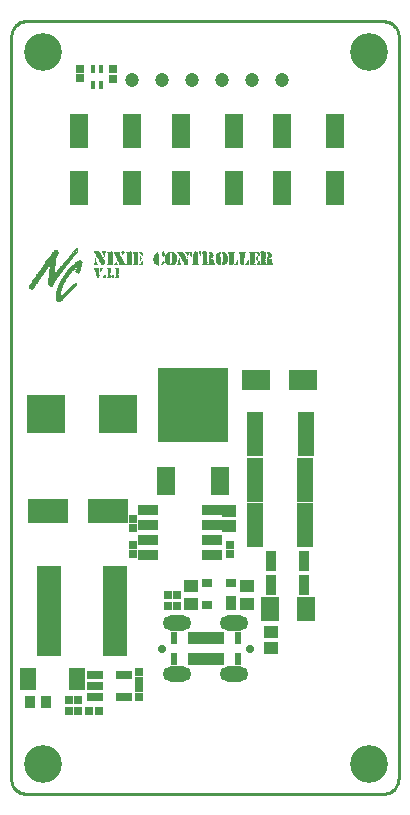
<source format=gts>
%FSTAX23Y23*%
%MOIN*%
%SFA1B1*%

%IPPOS*%
%ADD13C,0.010000*%
%ADD27R,0.015750X0.027560*%
%ADD28R,0.037400X0.066930*%
%ADD38R,0.062870X0.097870*%
%ADD39R,0.231890X0.251180*%
%ADD40R,0.062990X0.117520*%
%ADD41C,0.047240*%
%ADD42R,0.053150X0.031500*%
%ADD43R,0.066930X0.033470*%
%ADD44R,0.051970X0.075590*%
%ADD45R,0.059060X0.078740*%
%ADD46R,0.045280X0.039370*%
%ADD47R,0.035430X0.031500*%
%ADD48R,0.035430X0.047240*%
%ADD49R,0.078740X0.303150*%
%ADD50R,0.127950X0.129920*%
%ADD51R,0.019680X0.042130*%
%ADD52R,0.096460X0.068900*%
%ADD53R,0.054330X0.146460*%
%ADD54R,0.037400X0.044880*%
%ADD55R,0.131890X0.078740*%
%ADD56R,0.047240X0.043310*%
%ADD57R,0.029920X0.028350*%
%ADD58R,0.028350X0.029920*%
%ADD59R,0.025590X0.025590*%
%ADD60R,0.025590X0.025590*%
%ADD61C,0.028350*%
%ADD62O,0.094490X0.051180*%
%ADD63C,0.125980*%
%LNnas-craftsman_nixie_v1-1*%
%LPD*%
G36*
X16523Y01885D02*
X16524Y01885D01*
X16525Y01885*
X16525Y01884*
X16525Y01884*
X16526Y01884*
X16526Y01883*
Y01883*
X16526Y01882*
Y01881*
X16525*
Y01881*
Y01881*
X16525Y01881*
X16525Y01881*
X16525Y01881*
X16525Y01881*
Y01881*
X16525Y01881*
X16525Y0188*
Y01878*
Y01878*
X16525Y01877*
X16525Y01877*
X16525Y01876*
Y01876*
X16525Y01876*
X16524Y01875*
X16524Y01873*
X16524Y01872*
X16523Y01871*
X16522Y01869*
X16521Y01868*
Y01868*
X1652Y01867*
X1652Y01866*
X16519Y01865*
X16519Y01865*
X16519Y01864*
Y01864*
X16519Y01864*
X16518Y01864*
X16518Y01863*
X16516Y01861*
X16514Y01859*
X16514Y01859*
X16514Y01859*
X16513Y01858*
X16513Y01857*
X16511Y01856*
X1651Y01854*
X1651Y01854*
X16509Y01853*
X16508Y01852*
X16507Y0185*
X16507Y0185*
X16507Y01849*
X16506Y01849*
X16505Y01848*
X16505Y01847*
X16503Y01846*
X16502Y01845*
X165Y01844*
X16497Y01836*
Y01836*
X16496Y01835*
X16496Y01835*
X16496Y01835*
X16495Y01834*
X16495Y01834*
X16494Y01833*
X16493Y01832*
X16492Y01831*
X16491Y01829*
X16489Y01826*
X16486Y01823*
X16486Y01823*
X16486Y01823*
X16486Y01822*
X16485Y01822*
X16484Y0182*
X16483Y0182*
X16483Y01819*
X16483Y01819*
X16483Y01819*
X16482Y01818*
X16481Y01817*
X1648Y01816*
X1648Y01815*
X16479Y01813*
X16478Y01812*
X16476Y0181*
X16475Y01808*
X16473Y01806*
X16471Y01803*
X16469Y01801*
X16469Y018*
X16468Y018*
X16468Y01799*
X16466Y01797*
X16465Y01795*
X16464Y01794*
X16462Y01792*
X16461Y01791*
X1646Y01789*
X16458Y01787*
X16456Y01785*
X16456Y01785*
X16456Y01784*
X16455Y01784*
X16455Y01783*
X16455Y01783*
X16454Y01783*
X16453Y01781*
Y01781*
X16453Y01781*
X16453Y01781*
X16453Y0178*
Y0178*
X16452Y01779*
X16452Y01779*
X16452Y01779*
X16452Y01778*
X16451Y01778*
X16451Y01777*
X1645Y01776*
X16449Y01774*
X16448Y01773*
X16448Y01771*
X16447Y01769*
Y01768*
X16446Y01768*
X16446Y01767*
X16446Y01766*
X16446Y01766*
X16445Y01766*
X16445Y01765*
X16444Y01764*
X16444Y01763*
X16444Y01763*
X16443Y01762*
X16443Y0176*
X16442Y0176*
X16442Y01759*
X16442Y01759*
X16441Y01758*
X16441Y01758*
X16441Y01757*
X1644Y01757*
X1644Y01756*
X16439Y01755*
X16438Y01754*
X16438Y01754*
X16437Y01754*
X16435*
X16434Y01754*
X16434*
X16433Y01754*
X16433Y01754*
X16432*
Y01754*
X16432Y01755*
X16431Y01755*
X1643Y01757*
X16428Y01759*
X16428Y01759*
X16427Y01759*
X16427Y0176*
X16426Y01762*
X16425Y01764*
X16425Y01766*
X16424Y01769*
X16424Y01771*
Y01772*
X16425Y01772*
X16425Y01773*
X16425Y01774*
X16425Y01775*
X16425Y01776*
X16425Y01777*
Y01778*
X16427Y01789*
Y01789*
Y01789*
X16427Y0179*
Y01791*
X16427Y01793*
X16427Y01795*
X16428Y01798*
X16428Y018*
X16428Y01801*
Y01802*
X16428Y01802*
Y01803*
Y01803*
Y01803*
Y01804*
X16428Y01805*
Y01806*
X16428Y01808*
X16429Y0181*
X16429Y01812*
Y01812*
X16429Y01813*
X16429Y01814*
X16429Y01815*
X1643Y01817*
X1643Y01819*
X1643Y01821*
X1643Y01823*
Y01824*
Y01824*
X1643Y01825*
X16431Y01826*
Y01826*
X16431Y01827*
X16431Y01828*
Y01828*
X1643Y01827*
X16429Y01826*
X16428Y01825*
X16428Y01824*
X16428Y01824*
X16427Y01823*
X16427Y01822*
X16426Y01821*
X16425Y0182*
X16425Y01819*
X16424Y01819*
X16424Y01819*
X16424Y01818*
X16423Y01817*
X16423Y01816*
X16422Y01815*
X16421Y01814*
X16421Y01814*
X16421Y01813*
X1642Y01813*
X1642Y01812*
X16419Y01811*
X16418Y0181*
X16418Y01809*
X16416Y01805*
X16415Y01805*
X16415Y01805*
X16414Y01803*
X16413Y01802*
Y01802*
X16413Y01802*
X16412Y01801*
X16412Y018*
X16411Y01799*
X164Y01783*
Y01782*
X16399Y01782*
X16399Y01782*
X16399Y01782*
Y01781*
X16399Y01781*
X16398Y0178*
X16398Y0178*
X16398Y0178*
X16397Y01779*
X16397Y01778*
X16396Y01777*
X16395Y01775*
X16394Y01773*
X16392Y01771*
X16392Y01771*
X16391Y0177*
X16391Y01769*
X1639Y01768*
X16387Y01765*
X16386Y01763*
X16385Y01762*
Y01762*
X16385Y01762*
X16385Y01761*
X16384Y0176*
X16384Y01759*
X16382Y01757*
X16381Y01754*
X16379Y01751*
X16376Y01745*
X16376Y01745*
X16376Y01745*
X16375Y01744*
X16375Y01743*
X16374Y01743*
X16374Y01743*
X16373Y01743*
X16373Y01743*
X16372*
X16372Y01743*
X16371Y01743*
X1637Y01744*
X16368Y01745*
X16368*
X16368Y01745*
X16367Y01746*
X16367Y01746*
X16367Y01746*
X16366Y01747*
X16366Y01747*
X16366Y01748*
X16365Y01748*
X16364Y01749*
X16361Y01752*
Y01752*
X16361Y01753*
X16361Y01753*
X16361Y01754*
Y01754*
X1636Y01755*
Y01755*
X1636Y01756*
X1637Y01771*
X1637*
X1637Y01771*
X1637Y01772*
X16371Y01772*
X16371Y01773*
X16377Y01783*
X16378Y01783*
X16378Y01783*
X16378Y01784*
X16379Y01785*
X16379Y01785*
X1638Y01786*
X1638Y01786*
X16381Y01787*
X16381Y01787*
Y01787*
X16381Y01788*
X16382Y01788*
X16382Y01789*
X16383Y0179*
X16384Y01791*
X16385Y01793*
X16385Y01793*
X16385Y01793*
X16386Y01794*
X16386Y01796*
X16387Y01797*
X16389Y01799*
X16391Y01802*
X16392Y01802*
X16392Y01802*
X16392Y01803*
X164Y01815*
X164Y01815*
X16401Y01816*
X16402Y01817*
X16403Y01818*
X16404Y0182*
X16405Y01822*
X16408Y01825*
Y01825*
X16409Y01826*
X16409Y01827*
X1641Y01828*
X16411Y01829*
X16412Y01831*
X16413Y01833*
X16415Y01836*
X16425Y0185*
X16425Y0185*
X16426Y01851*
X16427Y01852*
X16428Y01854*
X16428Y01854*
X16428Y01854*
X16429Y01855*
X1643Y01856*
X1643Y01857*
X16431Y01857*
Y01857*
X16431Y01858*
X16431Y01858*
X16432Y01859*
X16432Y01859*
X16433Y0186*
X16433Y0186*
X16433Y01861*
X16434Y01861*
X16434Y01862*
X16435Y01863*
X16436Y01864*
Y01865*
X16436Y01865*
X16437Y01865*
X16437Y01866*
X16438Y01867*
X16438Y01868*
X16439Y01869*
X16439Y0187*
X1644Y01871*
X1644Y01871*
X16441Y01871*
X16441Y01872*
X16443Y01874*
X16444Y01875*
X16445Y01876*
X16445*
X16445Y01876*
X16446Y01877*
X16448Y01877*
X16449Y01878*
X1645*
X1645Y01878*
X1645Y01878*
X16451Y01879*
X16453Y01879*
X16455Y0188*
X16455Y0188*
X16455Y0188*
X16456Y01879*
X16457Y01878*
X16458Y01877*
X16458Y01876*
X1646Y01865*
Y01864*
X16459Y01864*
X16459Y01863*
X16459Y01863*
X16458Y01861*
X16457Y01859*
X16457Y01858*
X16456Y01858*
X16456Y01857*
X16455Y01856*
X16454Y01855*
X16453Y01854*
X16453Y01852*
X16452Y0185*
X16451Y01848*
Y01848*
X16451Y01847*
Y01847*
X16451Y01846*
X16451Y01844*
X1645Y01844*
Y01843*
Y01839*
Y01839*
Y01838*
X1645Y01838*
Y01837*
X1645Y01836*
Y01834*
X1645Y01832*
X1645Y01829*
X16449Y01825*
X16449Y01822*
Y01821*
X16449Y0182*
Y0182*
Y01819*
Y01819*
Y01818*
Y01815*
X16449Y01813*
Y01812*
Y01812*
Y01811*
X16449Y01809*
X16448Y01801*
X16448Y01801*
X16449Y01801*
X16449Y01802*
X16449Y01802*
X1645Y01803*
X1645Y01803*
X1645Y01803*
X16451Y01804*
X16452Y01804*
X16452Y01805*
X16453Y01806*
X16454Y01807*
X16456Y01809*
X16459Y01814*
X16459Y01814*
X1646Y01815*
X16461Y01816*
X16462Y01817*
Y01817*
X16462Y01817*
X16463Y01818*
X16463Y01819*
X16464Y0182*
X16466Y01823*
X16468Y01825*
X16471Y01829*
X16473Y01832*
X16476Y01835*
X16477Y01836*
X16477Y01836*
X16477Y01836*
X16478Y01837*
X16478*
X16478Y01837*
X16479Y01837*
X16479Y01837*
X16494Y01851*
X16494Y01851*
Y01851*
X16494Y01852*
X16495Y01852*
X16495Y01853*
X16495Y01853*
X16496Y01854*
X16496Y01854*
X16496Y01855*
Y01856*
X16496Y01856*
X16497Y01856*
X16497Y01856*
X16497Y01856*
X16498Y01855*
X16499Y01854*
X16499Y01854*
X165Y01854*
X165Y01853*
Y01855*
X165Y01856*
X165Y01856*
Y01857*
Y01857*
Y01858*
X165Y01859*
X16499Y01859*
X16499Y01859*
X16499*
X165Y01858*
X16499Y01858*
X16499Y01858*
X16498Y01857*
X16497Y01856*
X16497Y01857*
Y01858*
X16497Y01859*
X16499*
X16499Y01859*
Y0186*
X16499Y0186*
X16499Y01861*
X165Y01862*
X165Y01863*
X165Y01863*
X16501Y01864*
X16502Y01865*
X16504Y01866*
X16504Y01865*
Y01865*
X16505Y01865*
X16505Y01866*
X16506Y01866*
X16506Y01867*
X16506*
X16506Y01867*
Y01867*
X16506Y01868*
Y01868*
Y01869*
Y01869*
X16506Y0187*
X16506Y0187*
X16507Y01871*
Y01871*
X16507Y01871*
X16507*
X16507Y01871*
X16508Y01872*
X16509Y01872*
X16509Y01874*
X1651Y01874*
X1651Y01875*
X1651Y01875*
X16511Y01876*
X16513Y01879*
X16513Y0188*
X16514Y01881*
X16514Y01881*
X16515Y01881*
X16516Y01882*
X16517Y01883*
X16517*
X16518Y01883*
X16518Y01883*
X16519Y01883*
X16519Y01883*
Y01883*
X16519Y01882*
X16519*
X16519Y01883*
X16519Y01883*
X1652Y01884*
X1652Y01884*
X16521Y01884*
X16522Y01885*
X16523Y01886*
X16523Y01885*
G37*
G36*
X16604Y01819D02*
X16604Y01819D01*
X16605Y01819*
X16606Y01818*
X16607Y01818*
X16607Y01818*
X16607Y01818*
X16608Y01818*
X16608Y01817*
X16608Y01817*
X16608Y01817*
Y01817*
X16608Y01816*
X16608Y01816*
X16608Y01816*
X16607Y01816*
X16607Y01815*
X16607Y01815*
X16606Y01814*
X16606Y01814*
X16606Y01813*
X16605Y01813*
X16605Y01813*
X16605Y01813*
X16605Y01813*
X16605Y01812*
X16604Y01812*
X16604Y01811*
X16604Y01811*
X16604Y01811*
X16604Y01811*
X16603Y0181*
X16603Y0181*
X16603Y01809*
X16603Y01809*
X16603Y01808*
X16602Y01808*
X16602Y01807*
Y01807*
X16602Y01807*
X16602Y01807*
X16602Y01806*
X16602Y01806*
X16602Y01806*
X16601Y01805*
X16601Y01804*
X16601Y01804*
X16601Y01804*
X16601Y01803*
X166Y01803*
X166Y01803*
X166Y01803*
X166*
X166Y01803*
X16599Y01803*
X16599Y01803*
X16599Y01804*
X16599Y01804*
X16598Y01804*
Y01804*
X16598Y01804*
X16598Y01805*
Y01805*
Y01805*
X16598Y01806*
X16599Y01806*
X16599Y01806*
Y01806*
X16599Y01806*
X16599Y01807*
X16599Y01807*
Y01807*
X16599Y01807*
X16599Y01808*
X16599Y01808*
Y01808*
X16599Y01809*
Y01809*
Y0181*
Y0181*
Y0181*
Y0181*
Y0181*
Y01811*
X16599Y01811*
Y01812*
X16599Y01812*
X16599Y01813*
X16599Y01813*
Y01813*
X16599Y01813*
X16599Y01813*
X16599Y01813*
X16599Y01814*
X16598Y01814*
X16598Y01814*
X16598Y01814*
X16598Y01814*
X16598Y01814*
X16597Y01815*
X16597Y01815*
X16597Y01815*
X16597Y01816*
X16597Y01816*
Y01816*
Y01816*
Y01816*
Y01816*
X16597Y01817*
X16597Y01817*
X16597Y01817*
X16597Y01817*
X16597Y01817*
X16597Y01818*
X16597Y01818*
X16598Y01818*
X16598Y01818*
X16598Y01818*
X16598Y01818*
X16599Y01818*
X16599Y01818*
X166Y01818*
X166Y01819*
X16601Y01819*
X16602Y01819*
X16603*
X16604Y01819*
G37*
G36*
X16598Y01802D02*
X16598Y01802D01*
X16598Y01802*
X16599Y01802*
X16599Y01802*
X16599Y01801*
X16599Y01801*
Y01801*
Y018*
X16599Y018*
X16599Y018*
X16599Y018*
X16599Y01799*
X16598Y01799*
X16598Y01799*
X16598*
X16598Y01799*
X16597Y01799*
X16597Y01799*
X16597Y01799*
X16597Y018*
X16596Y018*
X16596Y01801*
Y01801*
X16596Y01801*
X16596Y01801*
X16597Y01802*
X16597Y01802*
X16597Y01802*
X16597Y01802*
X16598Y01802*
X16598*
X16598Y01802*
G37*
G36*
X16588Y01819D02*
X16589D01*
X1659Y01819*
X16591Y01819*
X16591Y01819*
X16592Y01818*
X16592Y01818*
X16592*
X16592Y01818*
X16592Y01818*
X16593Y01818*
X16593Y01818*
X16593Y01818*
X16594Y01817*
X16594Y01817*
X16594Y01817*
X16594Y01817*
X16594Y01816*
X16594Y01816*
Y01816*
X16594Y01815*
X16594Y01815*
X16594Y01815*
X16594Y01815*
X16594Y01815*
X16594Y01814*
X16593Y01814*
X16593Y01814*
X16593Y01813*
X16593Y01813*
Y01812*
Y01812*
Y01812*
X16593Y01811*
Y01811*
X16593Y01811*
X16593Y0181*
X16594Y0181*
X16594Y01809*
X16594Y01808*
X16594Y01807*
Y01807*
X16594Y01807*
X16594Y01807*
X16594Y01807*
X16595Y01806*
X16595Y01806*
X16595Y01805*
X16595Y01804*
X16595Y01804*
X16595Y01803*
Y01803*
Y01802*
X16595Y01802*
Y01802*
X16595Y01801*
X16595Y01801*
X16595Y01801*
X16596Y018*
X16596Y018*
X16596Y018*
X16596Y018*
X16596Y018*
X16596Y01799*
X16596Y01799*
X16596Y01799*
Y01798*
Y01798*
Y01798*
X16596Y01798*
X16596Y01798*
X16596Y01797*
X16596Y01797*
X16596Y01796*
X16596Y01795*
Y01795*
X16596Y01795*
X16596Y01795*
X16596Y01794*
X16597Y01793*
X16597Y01793*
Y01793*
Y01793*
Y01793*
Y01792*
X16597Y01792*
Y01792*
X16596Y01792*
X16596Y01791*
X16596Y01791*
Y01791*
X16596Y01791*
X16596Y0179*
X16596Y0179*
X16596Y0179*
X16596Y0179*
X16596Y01789*
X16596Y01789*
Y01789*
X16596Y01789*
X16596Y01789*
X16595Y01789*
X16595Y01788*
X16595Y01788*
X16595Y01788*
X16595Y01788*
X16594Y01788*
X16594Y01788*
X16594Y01787*
X16594Y01787*
X16594Y01786*
Y01786*
X16594Y01786*
X16594Y01786*
X16594Y01786*
X16594Y01786*
X16594Y01787*
X16595Y01787*
X16595Y01788*
X16595Y01788*
X16595Y01788*
X16596Y01788*
X16596Y01788*
X16596Y01788*
X16596Y01788*
X16597Y01788*
X16597Y01788*
Y01788*
Y01788*
X16597Y01787*
X16597Y01787*
X16597Y01787*
X16597Y01787*
X16597Y01786*
Y01786*
X16596Y01786*
X16596Y01786*
X16596Y01786*
X16595Y01785*
X16595*
X16595Y01785*
X16595Y01785*
X16595*
X16595Y01785*
X16594Y01785*
X16594Y01785*
X16594Y01785*
X16594Y01786*
X16594Y01786*
X16594Y01786*
X16594*
X16594Y01786*
X16593Y01786*
X16593Y01786*
X16593Y01785*
X16593Y01785*
X16592Y01785*
X16591Y01785*
X16591*
X16591Y01785*
X1659Y01785*
X1659Y01785*
X16589Y01786*
X16589Y01786*
X16589Y01786*
X16589Y01786*
X16589Y01786*
X16589Y01786*
X16588Y01787*
X16588Y01787*
X16588Y01787*
X16588Y01788*
X16588Y01788*
X16588Y01788*
X16587Y01789*
X16587Y01789*
X16587Y01789*
X16587Y0179*
X16587Y01791*
Y01791*
X16587Y01791*
X16587Y01791*
X16586Y01792*
X16586Y01792*
X16586Y01793*
X16586Y01793*
Y01793*
X16586Y01793*
X16586Y01793*
X16586Y01793*
X16586Y01794*
X16586Y01794*
X16585Y01794*
X16585Y01795*
X16585Y01795*
X16585Y01795*
X16585Y01796*
X16585Y01796*
X16584Y01796*
X16584Y01797*
X16584Y01797*
X16584Y01798*
X16584Y01798*
X16584Y01799*
X16584Y01799*
X16583Y018*
Y018*
X16583Y018*
X16583Y018*
X16583Y018*
X16583Y01801*
X16583Y01801*
X16583Y01802*
X16583Y01803*
X16582Y01804*
X16582Y01805*
X16582Y01806*
Y01806*
X16582Y01806*
X16582Y01806*
X16582Y01806*
X16581Y01807*
X16581Y01807*
X16581Y01808*
X16581Y01809*
Y01809*
X16581Y01809*
Y01809*
X16581Y01809*
X16581Y01809*
X1658Y0181*
X1658Y0181*
X1658Y01811*
X1658Y01812*
X1658Y01812*
X1658Y01812*
X1658Y01812*
X16579Y01813*
X16579Y01813*
X16579Y01814*
X16579Y01814*
X16578Y01814*
X16578Y01814*
X16578Y01815*
X16578Y01815*
X16578Y01815*
X16578Y01815*
X16578Y01816*
X16578Y01816*
X16578Y01816*
X16578Y01817*
X16578Y01817*
X16578Y01817*
X16578Y01818*
X16579Y01818*
X16579Y01818*
X1658Y01818*
X1658Y01818*
X16581Y01819*
X16581*
X16581Y01819*
X16582*
X16582Y01819*
X16583Y01819*
X16584*
X16585Y01819*
X16588*
X16588Y01819*
G37*
G36*
X16641Y01794D02*
X16642D01*
X16642Y01794*
X16643Y01794*
X16643Y01794*
X16644Y01794*
X16644Y01793*
X16645Y01793*
X16645Y01793*
X16645Y01792*
X16645Y01792*
X16646Y01792*
X16646Y01792*
X16646Y01791*
X16646Y01791*
X16646Y0179*
Y0179*
Y0179*
X16646Y0179*
X16646Y01789*
X16646Y01789*
X16646Y01788*
X16646Y01788*
X16646Y01787*
X16645Y01787*
X16645Y01787*
X16645Y01787*
X16645Y01786*
X16645Y01786*
X16644Y01786*
X16644Y01785*
X16644*
X16644Y01785*
X16644Y01785*
X16644Y01785*
X16643Y01785*
X16643Y01785*
X16643Y01785*
X16642Y01785*
X16642*
X16642Y01785*
X16641Y01785*
X16641Y01785*
X16641*
X16641Y01785*
X1664Y01785*
X1664Y01785*
X1664Y01785*
X1664Y01785*
X16639Y01786*
X16639Y01786*
X16639Y01786*
Y01786*
X16639Y01785*
X16639Y01785*
X16639Y01785*
X16639*
X16639Y01785*
X16638Y01785*
X16638Y01785*
X16638*
X16638Y01785*
X16637Y01785*
X16637Y01785*
X16637Y01785*
X16637Y01785*
X16637Y01786*
X16636Y01786*
X16636Y01786*
X16636Y01787*
X16636Y01787*
Y01787*
X16636Y01788*
X16636Y01788*
X16636Y01788*
X16636Y01788*
X16636Y01788*
X16637Y01788*
X16636Y01788*
X16636Y01789*
X16636Y01789*
X16636Y0179*
X16636Y0179*
Y01791*
Y01791*
X16636Y01791*
X16636Y01791*
X16636Y01792*
X16636Y01792*
X16637Y01793*
X16637Y01793*
X16637Y01793*
X16637Y01793*
X16638Y01794*
X16638Y01794*
X16639Y01794*
X16639Y01794*
X1664Y01794*
X1664Y01794*
X16641*
X16641Y01794*
G37*
G36*
X16614D02*
X16615D01*
X16615Y01794*
X16615Y01794*
X16616Y01794*
X16617Y01794*
X16617Y01793*
X16618Y01793*
X16618Y01793*
X16618Y01792*
X16618Y01792*
X16619Y01792*
X16619Y01792*
X16619Y01791*
X16619Y01791*
X16619Y0179*
Y0179*
Y0179*
X16619Y0179*
X16619Y01789*
X16619Y01789*
X16619Y01788*
X16619Y01788*
X16618Y01787*
X16618Y01787*
X16618Y01787*
X16618Y01787*
X16618Y01786*
X16618Y01786*
X16617Y01786*
X16617Y01785*
X16617*
X16617Y01785*
X16617Y01785*
X16617Y01785*
X16616Y01785*
X16616Y01785*
X16616Y01785*
X16615Y01785*
X16615*
X16615Y01785*
X16614Y01785*
X16614Y01785*
X16614*
X16613Y01785*
X16613Y01785*
X16613Y01785*
X16613Y01785*
X16612Y01785*
X16612Y01786*
X16612Y01786*
X16612Y01786*
Y01786*
X16612Y01785*
X16612Y01785*
X16612Y01785*
X16612*
X16611Y01785*
X16611Y01785*
X16611Y01785*
X16611*
X16611Y01785*
X1661Y01785*
X1661Y01785*
X1661Y01785*
X1661Y01785*
X16609Y01786*
X16609Y01786*
X16609Y01786*
X16609Y01787*
X16609Y01787*
Y01787*
X16609Y01788*
X16609Y01788*
X16609Y01788*
X16609Y01788*
X16609Y01788*
X16609Y01788*
X16609Y01788*
X16609Y01789*
X16609Y01789*
X16609Y0179*
X16609Y0179*
Y01791*
Y01791*
X16609Y01791*
X16609Y01791*
X16609Y01792*
X16609Y01792*
X1661Y01793*
X1661Y01793*
X1661Y01793*
X1661Y01793*
X16611Y01794*
X16611Y01794*
X16611Y01794*
X16612Y01794*
X16613Y01794*
X16613Y01794*
X16614*
X16614Y01794*
G37*
G36*
X1666Y01818D02*
X1666Y01811D01*
Y01811*
Y01811*
Y01811*
Y0181*
Y0181*
X1666Y0181*
Y01809*
Y01809*
X1666Y01808*
Y01807*
X1666Y01806*
X1666Y01804*
X1666Y01803*
X1666Y01801*
X1666Y018*
X16659Y01798*
X16659Y01797*
X16659Y01796*
X16659Y01795*
X16659Y01795*
X16659Y01794*
X16659Y01794*
X16659Y01793*
X16659Y01793*
X16659Y01793*
X16659*
X16659Y01793*
X1666Y01793*
X1666Y01793*
X1666Y01792*
X1666Y01792*
X1666Y01792*
X1666Y01792*
X1666Y01791*
X1666Y01791*
X1666Y0179*
Y0179*
X1666Y01789*
Y01789*
X1666Y01789*
X1666Y01789*
Y01789*
X1666Y01788*
X1666Y01788*
X1666Y01788*
Y01788*
X16661*
X16661Y01788*
X16661Y01788*
X16662Y01788*
X16662Y01787*
X16662Y01787*
X16662Y01787*
X16662Y01787*
X16662Y01787*
X16662Y01787*
X16662Y01787*
X16662Y01786*
Y01786*
X16662Y01786*
Y01786*
X16662Y01786*
X16662Y01786*
X16662Y01785*
X16662Y01785*
X16662Y01785*
X16661Y01785*
X16661Y01785*
X16661*
X1666Y01785*
X1666*
X1666Y01784*
X1666Y01784*
X16659*
X16659Y01784*
X16658Y01784*
X16658Y01784*
X16657Y01784*
X16657Y01784*
X16656*
X16655Y01784*
X16655Y01784*
X16652*
X16651Y01784*
X1665Y01784*
X16649Y01784*
X16648Y01784*
X16648Y01785*
X16647Y01785*
X16647Y01785*
X16647Y01785*
Y01785*
X16647Y01785*
Y01785*
X16647Y01786*
X16647Y01786*
X16647Y01786*
X16647Y01787*
X16648Y01787*
X16648Y01787*
X16648Y01788*
X1665Y01789*
Y01813*
X16648Y01814*
X16648Y01814*
X16648Y01814*
X16648Y01814*
X16648Y01814*
X16648Y01815*
X16648Y01815*
X16648Y01815*
X16647Y01816*
Y01816*
X16648Y01816*
X16648Y01817*
X16648Y01817*
X16648Y01817*
X16649Y01818*
X16649Y01818*
X16649*
X16649Y01818*
X16649Y01818*
X1665Y01818*
X1665Y01818*
X16651Y01818*
X16651Y01818*
X16651*
X16652Y01818*
X16652Y01818*
X16652*
X16653Y01818*
X16653*
X16653Y01818*
X16654Y01818*
X16655Y01818*
X16658*
X1666Y01818*
G37*
G36*
X16633D02*
X16633Y01811D01*
Y01811*
Y01811*
Y01811*
Y0181*
Y0181*
X16633Y0181*
Y01809*
Y01809*
X16633Y01808*
Y01807*
X16633Y01806*
X16633Y01804*
X16633Y01803*
X16633Y01801*
X16632Y018*
X16632Y01798*
X16632Y01797*
X16632Y01796*
X16632Y01795*
X16632Y01795*
X16632Y01794*
X16632Y01794*
X16632Y01793*
X16632Y01793*
X16632Y01793*
X16632*
X16632Y01793*
X16632Y01793*
X16633Y01793*
X16633Y01792*
X16633Y01792*
X16633Y01792*
X16633Y01792*
X16633Y01791*
X16633Y01791*
X16633Y0179*
Y0179*
X16633Y01789*
Y01789*
X16633Y01789*
X16633Y01789*
Y01789*
X16633Y01788*
X16633Y01788*
X16633Y01788*
Y01788*
X16634*
X16634Y01788*
X16634Y01788*
X16634Y01788*
X16635Y01787*
X16635Y01787*
X16635Y01787*
X16635Y01787*
X16635Y01787*
X16635Y01787*
X16635Y01787*
X16635Y01786*
Y01786*
X16635Y01786*
Y01786*
X16635Y01786*
X16635Y01786*
X16635Y01785*
X16635Y01785*
X16635Y01785*
X16634Y01785*
X16634Y01785*
X16633*
X16633Y01785*
X16633*
X16633Y01784*
X16633Y01784*
X16632*
X16632Y01784*
X16631Y01784*
X16631Y01784*
X1663Y01784*
X1663Y01784*
X16629*
X16628Y01784*
X16628Y01784*
X16625*
X16624Y01784*
X16622Y01784*
X16622Y01784*
X16621Y01784*
X16621Y01785*
X1662Y01785*
X1662Y01785*
X1662Y01785*
Y01785*
X1662Y01785*
Y01785*
X1662Y01786*
X1662Y01786*
X1662Y01786*
X1662Y01787*
X16621Y01787*
X16621Y01787*
X16621Y01788*
X16623Y01789*
Y01813*
X16621Y01814*
X16621Y01814*
X16621Y01814*
X16621Y01814*
X16621Y01814*
X16621Y01815*
X16621Y01815*
X1662Y01815*
X1662Y01816*
Y01816*
X1662Y01816*
X16621Y01817*
X16621Y01817*
X16621Y01817*
X16622Y01818*
X16622Y01818*
X16622*
X16622Y01818*
X16622Y01818*
X16623Y01818*
X16623Y01818*
X16624Y01818*
X16624Y01818*
X16624*
X16625Y01818*
X16625Y01818*
X16625*
X16625Y01818*
X16626*
X16626Y01818*
X16627Y01818*
X16628Y01818*
X16631*
X16633Y01818*
G37*
G36*
X16532Y01845D02*
X16532Y01845D01*
X16533Y01845*
X16534Y01844*
X16535Y01844*
X16536Y01843*
X16537Y01842*
X16538Y01841*
X16538Y01841*
X16538Y01841*
X16538Y0184*
X16539Y0184*
X1654Y01838*
X1654Y01837*
X1654Y01837*
X1654Y01837*
X1654Y01836*
X1654Y01835*
X1654Y01834*
X1654Y01834*
X1654Y01834*
X16539Y01833*
X16539Y01833*
X16539Y01831*
X16539Y0183*
X16539Y0183*
X16539Y0183*
X16539Y01829*
X16539Y01828*
X16538Y01827*
X16538Y01826*
X16538Y01825*
X16537Y01823*
X16535Y01815*
X16535Y01815*
X16535Y01815*
X16535Y01815*
X16535Y01815*
X16534Y01815*
X16534Y01815*
X16534Y01814*
X16534Y01814*
X16534Y01813*
X16533Y01812*
X16533Y0181*
X16532Y01808*
X16531Y01806*
X16531Y01804*
X1653Y01802*
X1653Y01802*
X1653Y01802*
X1653Y01801*
X16529Y018*
X16528Y01799*
X16527Y01799*
X16527Y01799*
X16527Y01799*
X16526Y01799*
X16526Y01799*
X16524Y01799*
X16523Y018*
X16523Y018*
X16523Y018*
X16522Y01801*
X16521Y01801*
X1652Y01802*
X1652Y01802*
X16519Y01802*
X16519Y01803*
X16518Y01803*
X16518Y01803*
X16518Y01803*
X16517Y01804*
X16517Y01805*
X16516Y01805*
X16516Y01806*
X16516Y01807*
X16516Y01807*
X16516Y01808*
X16516Y01809*
X16517Y0181*
X16518Y01812*
X16518Y01813*
X16518Y01814*
X16519Y01814*
X16519Y01814*
X16519Y01815*
X1652Y01817*
X1652Y01818*
X16521Y0182*
X16522Y01822*
X16522Y01823*
X16522Y01823*
X1652Y01822*
X1652Y01821*
X1652Y01821*
X16519Y01821*
X16516Y01817*
X16516Y01817*
X16515Y01816*
X16515Y01816*
X16514Y01815*
X16513Y01814*
X16513Y01814*
X16511Y01812*
X16511Y01811*
X1651Y01811*
X1651Y0181*
X16509Y01809*
X16509Y01809*
X16509Y01809*
X16508Y01809*
X16507Y01808*
X16507Y01807*
X16506Y01807*
X16506Y01806*
X16505Y01805*
X16505Y01805*
X16504Y01804*
X16504Y01804*
X16503Y01803*
X16502Y01802*
X16502Y01802*
X16502Y01801*
X16501Y01801*
X165Y018*
X165Y01799*
X165Y01799*
X16499Y01799*
X16498Y01798*
X16497Y01796*
X16497Y01796*
X16497Y01795*
X16496Y01794*
X16495Y01793*
X16494Y01791*
X16492Y01789*
X16491Y01788*
X1649Y01786*
X1649Y01786*
X1649Y01786*
X16489Y01785*
X16489Y01784*
X16487Y01782*
X16487Y01781*
X16486Y0178*
X16486Y0178*
X16486Y0178*
X16485Y01779*
X16485Y01778*
X16485Y01778*
X16485Y01778*
X16484Y01776*
X16484Y01776*
X16483Y01775*
X16483Y01775*
X16483Y01774*
X16482Y01772*
X16481Y01772*
X16481Y01771*
X16481Y01771*
X16481Y0177*
X1648Y0177*
X1648Y0177*
X1648Y01769*
X1648Y01769*
X1648Y01769*
X1648Y01768*
X1648Y01768*
X16479Y01767*
X16479Y01766*
X16478Y01765*
X16477Y01764*
X16476Y01762*
X16476Y01759*
X16475Y01759*
X16475Y01758*
X16475Y01757*
X16474Y01756*
X16473Y01753*
X16473Y01752*
X16472Y0175*
X1647Y01746*
X1647Y01745*
X1647Y01745*
X1647Y01744*
X1647Y01743*
X1647Y01742*
X16469Y01741*
X16469Y01741*
X16469Y0174*
X16469Y0174*
X16469Y0174*
X16469Y01739*
X16469Y01738*
X16468Y01737*
X16468Y01735*
X16468Y01734*
X16468Y01732*
X16468Y01732*
X16468Y01732*
X16468Y01731*
X16468Y0173*
X16468Y01728*
X16468Y01726*
X16468Y01725*
X16468Y01725*
X16468Y01725*
X16468Y01724*
X16468Y01724*
X1648Y01736*
X1648Y01736*
X16481Y01736*
X16481Y01736*
X16482Y01737*
X16483Y01738*
X16484Y01739*
X16485Y0174*
X16487Y01742*
X16487Y01742*
X16488Y01742*
X16488Y01743*
X16488Y01743*
X16489Y01744*
X1649Y01745*
X1649Y01745*
X1649Y01745*
X16491Y01746*
X16491Y01746*
X16491Y01746*
X16491Y01747*
X16492Y01747*
X16492Y01747*
X16492Y01748*
X16493Y01748*
X16494Y0175*
X16494Y0175*
X16495Y0175*
X16495Y01751*
X16496Y01751*
X16497Y01752*
X16498Y01753*
X16498Y01753*
X16499Y01753*
X16499Y01754*
X16499Y01754*
X165Y01755*
X16501Y01756*
X16502Y01757*
X16503Y01758*
X16505Y01759*
X16505Y01759*
X16505Y0176*
X16506Y01761*
X16507Y01761*
X16508Y01762*
X16509Y01763*
X16509Y01764*
X1651Y01764*
X1651Y01764*
X1651Y01764*
X1651Y01765*
X16511Y01765*
X16513Y01766*
X16514*
X16514Y01766*
X16514Y01766*
X16515Y01766*
X16515Y01766*
X16515Y01766*
X16516Y01767*
X16519Y01768*
X16519Y01768*
X16519Y01767*
X1652Y01767*
X1652Y01765*
X1652Y01765*
X1652Y01765*
X1652Y01765*
X16519Y01764*
X16521Y01764*
X16521Y01764*
X16521Y01763*
X16521Y01763*
X1652Y01762*
X1652Y01761*
X1652Y0176*
X1652Y0176*
X16519Y01759*
X16519Y01759*
X16519Y01759*
X16518Y01758*
X16518Y01758*
X16518Y01758*
X16517Y01757*
X16517Y01757*
X16517Y01757*
X16517Y01756*
X16517Y01756*
X16516Y01755*
X16515Y01755*
X16515Y01755*
X16515Y01754*
X16514Y01753*
X16513Y01752*
X16513Y01752*
X16512Y01752*
X16512Y01751*
X16512Y01751*
X16511Y0175*
X1651Y01749*
X1651Y01749*
X1651Y01749*
X16509Y01748*
X16508Y01747*
X16507Y01746*
X16506Y01745*
X16505Y01743*
X16503Y01741*
X16503Y01741*
X16502Y01741*
X16502Y01741*
X16502Y0174*
X16501Y0174*
X16501Y0174*
X16501Y0174*
X16501Y0174*
X16501Y0174*
X165Y01739*
X165Y01739*
X16499Y01738*
X16499Y01738*
X16499Y01737*
X16498Y01737*
X16498Y01737*
X16498Y01737*
X16497Y01736*
X16496Y01735*
X16496Y01735*
X16496Y01735*
X16496Y01735*
X16495Y01734*
X16494Y01733*
X16493Y01732*
X16493Y01732*
X16493Y01731*
X16492Y01731*
X16491Y01731*
X16491Y0173*
X16491Y0173*
X1649Y01729*
X16489Y01728*
X16489Y01728*
X16489Y01728*
X16488Y01727*
X16487Y01726*
X16487Y01725*
X16487Y01725*
X16486Y01725*
X16486Y01724*
X16485Y01723*
X16484Y01723*
X16484Y01722*
X16483Y01721*
X16483Y01721*
X16483Y01721*
X16483Y0172*
X16482Y0172*
X16482Y01719*
X16481Y01719*
X1648Y01718*
X16479Y01716*
X16479Y01716*
X16478Y01716*
X16477Y01715*
X16476Y01714*
X16475Y01713*
X16474Y01712*
X16471Y01709*
X16471Y01709*
X16471Y01709*
X1647Y01708*
X16469Y01707*
X16469Y01706*
X16468Y01705*
X16467Y01705*
X16467Y01704*
X16467Y01704*
X16466Y01704*
X16466Y01703*
X16464Y01703*
X16464Y01703*
X16463Y01703*
X16462Y01703*
X16456Y01704*
X16456Y01704*
X16456Y01705*
X16455Y01705*
X16455Y01705*
X16454Y01706*
X16453Y01706*
X16452Y01707*
X16452Y01707*
X16452Y01708*
X16452Y01709*
X16452Y01709*
X16451Y0171*
X16451Y01712*
X16451Y01714*
X1645Y01717*
X1645Y0172*
X1645Y01721*
X1645Y01722*
X1645Y01723*
X1645Y01723*
X1645Y01723*
X1645Y01724*
X1645Y01724*
X1645Y01725*
X1645Y01726*
X1645Y01726*
X1645Y01727*
X1645Y01727*
X1645Y01727*
X1645Y01728*
X1645Y01729*
X1645Y0173*
X16456Y01751*
X16456Y01751*
X16456Y01752*
X16456Y01752*
X16457Y01753*
X16457Y01753*
X16457Y01753*
X16457Y01753*
X16457Y01753*
X16457Y01754*
X16457Y01754*
X16457Y01754*
X16457Y01755*
X16457Y01756*
X16457Y01756*
X16458Y01756*
X16458Y01756*
X16458Y01757*
X16458Y01757*
X16458Y01758*
X16458Y01759*
X16459Y0176*
X16459Y01761*
X16461Y01764*
X16462Y01767*
X16462Y01767*
X16462Y01768*
X16462Y01768*
X16462Y01768*
X16462Y01769*
X16463Y0177*
X16464Y0177*
X16464Y01771*
X16464Y01771*
X16464Y01772*
X16465Y01772*
X16465Y01774*
X16466Y01775*
X16467Y01777*
X16468Y01779*
X16468Y01779*
X16468Y01779*
X16469Y0178*
X1647Y01781*
X1647Y01781*
X1647Y01781*
X1647Y01782*
X16471Y01782*
X16471Y01783*
X16471Y01783*
X16472Y01784*
X16473Y01785*
X16473Y01786*
X16474Y01788*
X16475Y01789*
X16476Y01791*
X16478Y01793*
X16479Y01795*
X16479Y01795*
X1648Y01796*
X1648Y01796*
X16481Y01797*
X16481Y01798*
X16482Y018*
X16484Y01802*
X16486Y01805*
X16488Y01808*
X16488Y01809*
X16489Y0181*
X1649Y01811*
X1649Y01811*
X1649Y01811*
X1649Y01812*
X16491Y01812*
X16491Y01812*
X16492Y01814*
X16493Y01815*
X16493Y01815*
X16494Y01815*
X16494Y01815*
X16494Y01816*
X16495Y01817*
X16497Y01818*
X16497Y01818*
X16497Y01819*
X16498Y01819*
X16498Y0182*
X16499Y01821*
X165Y01821*
X16501Y01822*
X16502Y01824*
X16504Y01826*
X16507Y01829*
X1651Y01832*
X16513Y01835*
X16513Y01835*
X16513Y01835*
X16514Y01835*
X16514Y01836*
X16515Y01836*
X16516Y01837*
X16517Y01838*
X1652Y0184*
X16522Y01841*
X16524Y01842*
X16527Y01844*
X16527Y01844*
X16528Y01844*
X16528Y01844*
X16528Y01844*
X16529Y01845*
X1653Y01845*
X1653Y01845*
X16531Y01846*
X16531Y01845*
X16531Y01845*
X16531Y01846*
X16532Y01845*
G37*
G36*
X16659Y01872D02*
X16659Y01872D01*
X1666Y01872*
X1666Y01872*
X1666Y01872*
X1666Y01872*
X1666Y01871*
X1666Y01871*
X16661Y01871*
X16661Y0187*
X16661Y0187*
X16661Y0187*
X16661*
X16661Y0187*
X16661Y0187*
X16661Y0187*
X16661Y0187*
X16662Y0187*
X16662Y01871*
X16662*
X16662Y01871*
X16662Y01871*
X16663Y01871*
X16663Y01871*
X16664Y01871*
X16665Y01871*
X16665*
X16665Y01871*
X16665Y01871*
X16666Y01871*
X16666Y01871*
Y0187*
Y0187*
Y0187*
X16666Y0187*
X16666Y0187*
X16665Y01869*
X16665Y01869*
X16665Y01868*
X16665Y01868*
Y01868*
X16665Y01867*
X16665Y01867*
X16665Y01867*
X16664Y01866*
X16664Y01866*
X16664Y01865*
X16663Y01865*
X16663Y01864*
X16663Y01864*
Y01864*
X16663*
X16663Y01864*
X16664*
X16664Y01864*
X16665Y01864*
X16665Y01864*
X16665Y01864*
X16665Y01864*
X16665Y01863*
X16665Y01863*
Y01863*
Y01863*
X16665Y01862*
Y01862*
X16665*
Y01862*
X16665Y01862*
X16665Y01862*
X16665Y01861*
Y01861*
Y0186*
X16665Y0186*
X16665Y01859*
Y01859*
X16665Y01859*
X16665Y01859*
X16666Y01859*
X16666Y01859*
X16666Y01859*
X16666*
X16666Y01858*
X16667Y01858*
X16667Y01858*
X16667Y01858*
X16667Y01858*
X16668Y01858*
X16668Y01858*
X16668Y01858*
X16668Y01857*
X16668Y01857*
X16668Y01857*
X16668Y01856*
Y01856*
Y01856*
Y01856*
X16668Y01856*
X16668Y01855*
X16668Y01855*
X16669Y01854*
X16669Y01854*
X16669Y01853*
X16669Y01853*
X1667Y01853*
X1667Y01852*
X1667Y01851*
X16671Y0185*
X16672Y01849*
X16672Y01848*
X16673Y01846*
X16673Y01846*
X16673Y01846*
X16674Y01846*
X16674Y01846*
X16674Y01845*
X16674Y01845*
X16674Y01844*
X16675Y01844*
X16675Y01842*
X16676Y01841*
X16677Y0184*
X16678Y01838*
X16678Y01838*
X16678Y01838*
X16678Y01837*
X16678Y01837*
X16679Y01836*
X16679Y01836*
X16679Y01835*
X1668Y01834*
X1668Y01834*
X1668Y01834*
X1668Y01834*
X1668Y01833*
X16681Y01833*
X16681Y01832*
X16681Y01832*
Y01832*
X16681Y01832*
X16681Y01832*
X16682Y01831*
X16682Y01831*
Y01831*
X16682Y01831*
X16682Y0183*
X16683Y0183*
X16683Y0183*
Y01829*
X16683Y01829*
X16683Y01829*
X16683Y01828*
Y01828*
X16683Y01828*
X16683Y01828*
X16682Y01827*
X16682Y01827*
X16682Y01827*
X16682Y01827*
X16682Y01827*
X16681Y01827*
X16681Y01827*
X1668Y01826*
X1668Y01826*
X16679Y01826*
X16678Y01826*
X16677Y01826*
X16676Y01826*
X16674Y01826*
X16673Y01826*
X16669*
X16669Y01826*
X16668Y01826*
X16667*
X16666Y01826*
X16664Y01826*
X16663Y01826*
X16662Y01826*
X16662Y01826*
X16661Y01827*
X16661Y01827*
X1666Y01827*
Y01827*
X1666Y01827*
X1666Y01828*
Y01828*
X1666Y01829*
X16661Y0183*
X16661Y01831*
X16661Y01831*
X16662Y01832*
X16662Y01832*
Y01832*
Y01832*
X16662Y01832*
X16662Y01832*
X16662Y01833*
Y01833*
X16661Y01833*
X16661Y01833*
X16661Y01833*
X16661Y01834*
X16661Y01834*
X16661Y01834*
X16661Y01835*
X1666Y01835*
X1666Y01836*
X1666Y01837*
X16659Y01837*
X16659Y01838*
X16658Y01839*
Y01839*
X16658Y0184*
X16658Y0184*
X16658Y0184*
X16658Y01841*
X16657Y01841*
X16657Y01842*
X16656Y01843*
X16656Y01844*
X16656Y01845*
X16655Y01845*
X16655Y01846*
X16655Y01846*
X16655Y01846*
X16655Y01847*
X16654Y01847*
X16654Y01848*
X16654Y01848*
Y01848*
X16654Y01848*
X16654Y01849*
X16653Y01849*
X16653Y01849*
Y01849*
X16653Y01849*
X16653Y0185*
X16653Y0185*
X16653Y01851*
X16651Y01854*
X16651Y01854*
X16651Y01854*
X16651Y01854*
X16651Y01855*
X16651Y01855*
X1665Y01856*
X1665Y01857*
X16649Y01857*
X16649Y01857*
X16649Y01858*
X16649Y01858*
X16649Y01859*
X16649Y01859*
X16648Y0186*
X16648Y0186*
X16648Y0186*
X16648Y0186*
X16648Y01861*
X16648Y01861*
X16648Y01861*
X16647Y01862*
X16647Y01863*
X16646Y01864*
X16645Y01865*
X16645Y01866*
X16644Y01867*
X16644Y01867*
Y01867*
X16644Y01868*
X16644Y01868*
X16644Y01868*
X16644Y01868*
Y01869*
X16644Y01869*
X16644Y0187*
X16644Y0187*
X16644Y0187*
X16645Y01871*
X16645Y01871*
X16646Y01871*
X16647Y01871*
X16647*
X16648Y01871*
X16649Y01871*
X16649*
X16651Y01871*
X16652Y01871*
X16652*
X16652Y01871*
X16653*
X16653Y01871*
X16654*
X16655Y01871*
X16656*
X16656Y01871*
X16656Y01871*
X16657Y01871*
X16657Y01871*
X16657Y01871*
X16657Y01871*
X16657Y01872*
X16657Y01872*
X16658Y01872*
X16658Y01872*
X16658Y01872*
X16659*
X16659Y01872*
G37*
G36*
X1681Y01873D02*
X1681D01*
X16811Y01872*
X16811Y01872*
X16811Y01872*
X16811Y01872*
X16812Y01871*
X16812Y01871*
X16812Y0187*
Y0187*
X16812Y0187*
X16812Y01869*
X16812Y01869*
X16812Y01869*
X16812Y01868*
Y01868*
X16813Y01867*
X16813Y01867*
Y01866*
X16813Y01865*
X16813Y01864*
Y01864*
Y01863*
Y01863*
Y01863*
Y01862*
Y01862*
Y01861*
Y0186*
X16813Y01859*
X16813Y01858*
X16812Y01857*
X16812Y01856*
X16812Y01855*
X16812Y01855*
X16812Y01854*
X16812Y01854*
X16812*
X16811Y01854*
X16811Y01854*
X16811Y01853*
X1681*
X1681Y01853*
X16809Y01854*
X16809Y01854*
X16808Y01854*
X16808Y01855*
X16808Y01855*
X16807Y01856*
X16807Y01857*
Y01857*
X16807Y01857*
X16807Y01857*
X16807Y01857*
X16807Y01858*
X16807Y01858*
X16806Y01859*
X16806Y01859*
Y0186*
X16806Y0186*
X16806Y0186*
X16806Y0186*
X16806Y01861*
X16806Y01861*
X16805Y01862*
X16805Y01863*
X16805Y01864*
X16805Y01864*
X16804Y01865*
X16804Y01865*
X16804Y01865*
Y01865*
X16804Y01865*
X16804Y01865*
X16804Y01866*
X16803Y01866*
X16803Y01867*
X16803Y01868*
X16803Y01868*
Y01869*
Y01869*
X16803Y0187*
X16803Y0187*
X16803Y0187*
X16803Y0187*
X16803Y0187*
X16804Y0187*
X16804Y01871*
X16804Y01871*
X16805Y01871*
X16805*
X16805Y01871*
X16806*
X16806Y01871*
X16806Y01871*
X16806Y01871*
X16807Y01871*
X16807Y01871*
X16808Y01872*
X16808Y01872*
X16808Y01872*
X16808Y01872*
X16808Y01872*
X16809Y01872*
X16809Y01873*
X1681Y01873*
X1681Y01873*
G37*
G36*
X1701Y01872D02*
X1701Y01871D01*
X17011Y01871*
X17011Y01871*
X17011*
X17011Y01871*
X17011Y01871*
X17012Y01871*
X17012Y0187*
X17012Y0187*
X17012Y0187*
X17012Y0187*
X17013Y0187*
X17013*
X17013Y0187*
X17013Y01869*
X17014Y01869*
X17015Y01869*
X17015Y01869*
X17015Y01869*
X17015Y01868*
X17016Y01868*
X17017Y01867*
X17017Y01867*
X17018Y01866*
X17019Y01865*
X17019Y01865*
X17019Y01865*
X17019Y01865*
X1702Y01864*
X1702Y01864*
X1702Y01863*
X17021Y01863*
X17021Y01862*
X17022Y01861*
X17022Y0186*
X17023Y01859*
Y01859*
X17023Y01858*
X17023Y01858*
X17023Y01858*
X17023Y01857*
X17023Y01857*
X17023Y01856*
X17023Y01855*
X17023Y01854*
X17024Y01853*
X17024Y01852*
X17024Y01851*
Y0185*
Y01848*
X17024Y01847*
X17023Y01845*
Y01845*
X17023Y01845*
Y01845*
X17023Y01844*
X17023Y01843*
X17023Y01843*
X17023Y01842*
X17023Y01841*
X17022Y01839*
X17022Y01838*
X17022Y01837*
X17022Y01837*
X17021Y01836*
X17021Y01835*
X1702Y01835*
X1702Y01835*
X1702Y01834*
X1702Y01834*
X1702Y01834*
Y01834*
X1702Y01834*
X1702Y01833*
X1702Y01833*
X17019Y01832*
X17019Y01832*
X17018Y01831*
X17018Y01831*
X17017Y0183*
X17017Y0183*
X17017*
X17017Y0183*
X17017Y0183*
X17016Y0183*
X17016Y01829*
X17015Y01829*
X17014Y01828*
X17013Y01828*
X17013Y01827*
X17012Y01827*
X17012*
X17012Y01827*
X17011Y01827*
X17011Y01826*
X1701Y01826*
X17009Y01826*
X17009Y01826*
X17008Y01826*
X17007*
X17007Y01826*
X17006Y01826*
X17006Y01826*
X17005Y01826*
X17005Y01827*
X17005Y01827*
X17004Y01828*
Y01828*
Y01828*
Y01828*
Y01829*
X17005Y01829*
X17005Y0183*
X17005Y01831*
X17005Y01831*
X17005Y01831*
X17005Y01832*
X17005Y01832*
X17006Y01832*
X17006Y01833*
X17006Y01833*
X17006Y01834*
X17006Y01835*
X17006Y01836*
X17006Y01837*
X17006Y01838*
X17007Y01839*
X17007Y01839*
X17007Y0184*
X17007Y01841*
X17007Y01842*
X17007Y01843*
X17007Y01844*
X17007Y01846*
X17007Y01847*
Y01847*
Y01847*
Y01847*
X17007Y01847*
Y01848*
Y01848*
X17007Y01849*
X17007Y0185*
X17007Y01851*
X17008Y01853*
X17008Y01854*
X17008Y01857*
X17008Y01858*
X17008Y0186*
X17008Y01861*
X17008Y01862*
X17008Y01862*
X17008Y01863*
X17009Y01863*
X17009Y01863*
Y01864*
X17009Y01864*
X17009Y01864*
X17008Y01864*
X17008*
X17008Y01864*
X17008Y01864*
X17007Y01864*
X17007Y01864*
X17007Y01865*
X17006Y01865*
X17006Y01866*
Y01866*
X17006Y01866*
X17006Y01866*
X17006Y01866*
X17006Y01867*
X17005Y01867*
X17005Y01868*
Y01868*
X17005Y01868*
X17005Y01868*
X17005Y01869*
Y01869*
X17005Y0187*
X17005Y0187*
X17005Y0187*
X17005Y0187*
X17006Y01871*
X17006Y01871*
X17006*
X17007Y01871*
X17007Y0187*
X17008Y0187*
X17008*
X17008Y0187*
X17008Y0187*
X17008Y0187*
X17008Y01871*
X17008Y01871*
X17008Y01871*
X17009Y01872*
X17009*
X17009Y01872*
X17009*
X1701Y01872*
G37*
G36*
X1684D02*
X16841Y01871D01*
X16841Y01871*
X16842Y01871*
X16842*
X16842Y01871*
X16842Y01871*
X16842Y01871*
X16843Y0187*
X16843Y0187*
X16843Y0187*
X16843Y0187*
X16844Y0187*
X16844*
X16844Y0187*
X16844Y01869*
X16845Y01869*
X16845Y01869*
X16845Y01869*
X16846Y01869*
X16846Y01868*
X16847Y01868*
X16847Y01867*
X16848Y01867*
X16849Y01866*
X1685Y01865*
X1685Y01865*
X1685Y01865*
X1685Y01865*
X1685Y01864*
X1685Y01864*
X16851Y01863*
X16851Y01863*
X16852Y01862*
X16853Y01861*
X16853Y0186*
X16854Y01859*
Y01859*
X16854Y01858*
X16854Y01858*
X16854Y01858*
X16854Y01857*
X16854Y01857*
X16854Y01856*
X16854Y01855*
X16854Y01854*
X16854Y01853*
X16854Y01852*
X16854Y01851*
Y0185*
Y01848*
X16854Y01847*
X16854Y01845*
Y01845*
X16854Y01845*
Y01845*
X16854Y01844*
X16854Y01843*
X16854Y01843*
X16854Y01842*
X16854Y01841*
X16853Y01839*
X16853Y01838*
X16853Y01837*
X16852Y01837*
X16852Y01836*
X16852Y01835*
X16851Y01835*
X16851Y01835*
X16851Y01834*
X16851Y01834*
X16851Y01834*
Y01834*
X16851Y01834*
X16851Y01833*
X1685Y01833*
X1685Y01832*
X16849Y01832*
X16849Y01831*
X16849Y01831*
X16848Y0183*
X16848Y0183*
X16848*
X16848Y0183*
X16847Y0183*
X16847Y0183*
X16847Y01829*
X16846Y01829*
X16845Y01828*
X16844Y01828*
X16843Y01827*
X16843Y01827*
X16843*
X16843Y01827*
X16842Y01827*
X16842Y01826*
X16841Y01826*
X1684Y01826*
X16839Y01826*
X16839Y01826*
X16838*
X16837Y01826*
X16837Y01826*
X16837Y01826*
X16836Y01826*
X16836Y01827*
X16835Y01827*
X16835Y01828*
Y01828*
Y01828*
Y01828*
Y01829*
X16835Y01829*
X16836Y0183*
X16836Y01831*
X16836Y01831*
X16836Y01831*
X16836Y01832*
X16836Y01832*
X16836Y01832*
X16836Y01833*
X16837Y01833*
X16837Y01834*
X16837Y01835*
X16837Y01836*
X16837Y01837*
X16837Y01838*
X16837Y01839*
X16837Y01839*
X16837Y0184*
X16838Y01841*
X16838Y01842*
X16838Y01843*
X16838Y01844*
X16838Y01846*
X16838Y01847*
Y01847*
Y01847*
Y01847*
X16838Y01847*
Y01848*
Y01848*
X16838Y01849*
X16838Y0185*
X16838Y01851*
X16838Y01853*
X16838Y01854*
X16839Y01857*
X16839Y01858*
X16839Y0186*
X16839Y01861*
X16839Y01862*
X16839Y01862*
X16839Y01863*
X16839Y01863*
X16839Y01863*
Y01864*
X1684Y01864*
X1684Y01864*
X16839Y01864*
X16839*
X16839Y01864*
X16838Y01864*
X16838Y01864*
X16838Y01864*
X16837Y01865*
X16837Y01865*
X16837Y01866*
Y01866*
X16837Y01866*
X16837Y01866*
X16837Y01866*
X16837Y01867*
X16836Y01867*
X16836Y01868*
Y01868*
X16836Y01868*
X16836Y01868*
X16836Y01869*
Y01869*
X16836Y0187*
X16836Y0187*
X16836Y0187*
X16836Y0187*
X16837Y01871*
X16837Y01871*
X16837*
X16837Y01871*
X16838Y0187*
X16838Y0187*
X16838*
X16839Y0187*
X16839Y0187*
X16839Y0187*
X16839Y01871*
X16839Y01871*
X16839Y01871*
X1684Y01872*
X1684*
X1684Y01872*
X1684*
X1684Y01872*
G37*
G36*
X17001Y01871D02*
X17002Y0187D01*
X17002Y0187*
X17002Y0187*
X17002Y0187*
X17002Y01869*
Y01869*
Y01869*
X17002Y01869*
X17002Y01869*
X17002Y01868*
X17001Y01868*
X17001Y01867*
X17Y01866*
X17Y01866*
X17Y01866*
X17Y01866*
X17Y01866*
X16999Y01865*
X16999Y01865*
X16999Y01865*
X16999Y01865*
X16999Y01864*
Y01864*
X16999Y01864*
Y01864*
X16999Y01863*
Y01863*
X16999Y01863*
Y01862*
Y01862*
Y01862*
X16999Y01862*
Y01861*
X16999Y01861*
X16999Y0186*
Y01859*
X16999Y01859*
Y01858*
Y01858*
X16999Y01858*
X16999Y01857*
X16999Y01856*
X16999Y01855*
X16999Y01854*
X17Y01853*
X17Y01852*
Y01852*
Y01852*
X17Y01852*
Y01851*
Y01851*
X17Y0185*
Y0185*
X17Y01849*
Y01849*
X17Y01848*
X17Y01846*
X17Y01845*
X17Y01843*
Y01843*
Y01842*
Y01842*
X17Y01841*
Y01841*
X17Y0184*
X17Y01839*
X17Y01838*
X17Y01836*
X17001Y01835*
X17001Y01834*
X17001Y01833*
X17001Y01832*
X17001Y01832*
X17001Y01831*
X17001Y01831*
X17002Y01831*
X17002Y01831*
X17002Y01831*
X17002Y0183*
X17002Y0183*
X17002Y01829*
X17002Y01828*
Y01828*
X17002Y01828*
X17002Y01827*
X17002Y01827*
X17002Y01826*
X17001Y01826*
X17001Y01826*
X17001*
X17Y01826*
X16999*
X16999Y01826*
X16998Y01826*
X16997Y01826*
X16996Y01826*
X16996Y01827*
X16995Y01827*
X16994Y01827*
X16993Y01828*
X16992Y01828*
X16991Y01829*
X16991Y01829*
X16991Y01829*
X16991Y01829*
X1699Y0183*
X1699Y0183*
X16989Y01831*
X16989Y01831*
X16989Y01831*
X16989Y01831*
X16989Y01831*
X16988Y01832*
X16988Y01833*
X16987Y01833*
X16986Y01834*
X16986Y01835*
X16985Y01836*
Y01836*
X16985Y01836*
X16985Y01837*
X16985Y01837*
X16985Y01837*
X16985Y01837*
X16985Y01838*
X16984Y01838*
X16984Y01839*
X16984Y01839*
X16984Y0184*
X16984Y01841*
X16984Y01841*
X16983Y01842*
X16983Y01844*
Y01844*
X16983Y01844*
X16983Y01845*
Y01845*
X16983Y01846*
X16983Y01847*
X16983Y01847*
Y01848*
Y0185*
X16983Y01851*
X16983Y01852*
X16983Y01853*
X16983Y01855*
X16983Y01856*
X16984Y01857*
X16984Y01859*
Y01859*
X16984Y01859*
X16984Y01859*
X16984Y01859*
X16984Y0186*
X16985Y0186*
X16985Y01861*
X16985Y01861*
X16985Y01862*
X16986Y01862*
X16986Y01863*
X16987Y01863*
X16987Y01864*
X16988Y01865*
X16989Y01865*
X16989Y01866*
X16989Y01866*
X1699Y01866*
X1699Y01867*
X1699Y01867*
X1699Y01867*
X16991Y01868*
X16992Y01868*
X16993Y01869*
X16993Y01869*
X16994Y0187*
X16995Y0187*
X16995Y0187*
X16996Y0187*
X16996Y0187*
X16996*
X16997Y0187*
X16998*
X16998Y0187*
X16998Y0187*
X16998*
X16998Y0187*
X16999Y0187*
X16999Y0187*
X16999Y0187*
X17Y01871*
X17001*
X17001Y01871*
G37*
G36*
X16832D02*
X16832Y0187D01*
X16833Y0187*
X16833Y0187*
X16833Y0187*
X16833Y01869*
Y01869*
Y01869*
X16833Y01869*
X16833Y01869*
X16832Y01868*
X16832Y01868*
X16832Y01867*
X16831Y01866*
X16831Y01866*
X16831Y01866*
X16831Y01866*
X1683Y01866*
X1683Y01865*
X1683Y01865*
X1683Y01865*
X1683Y01865*
X1683Y01864*
Y01864*
X1683Y01864*
Y01864*
X1683Y01863*
Y01863*
X1683Y01863*
Y01862*
Y01862*
Y01862*
X1683Y01862*
Y01861*
X1683Y01861*
X1683Y0186*
Y01859*
X1683Y01859*
Y01858*
Y01858*
X1683Y01858*
X1683Y01857*
X1683Y01856*
X1683Y01855*
X1683Y01854*
X1683Y01853*
X1683Y01852*
Y01852*
Y01852*
X1683Y01852*
Y01851*
Y01851*
X1683Y0185*
Y0185*
X16831Y01849*
Y01849*
X16831Y01848*
X16831Y01846*
X16831Y01845*
X16831Y01843*
Y01843*
Y01842*
Y01842*
X16831Y01841*
Y01841*
X16831Y0184*
X16831Y01839*
X16831Y01838*
X16831Y01836*
X16831Y01835*
X16831Y01834*
X16832Y01833*
X16832Y01832*
X16832Y01832*
X16832Y01831*
X16832Y01831*
X16832Y01831*
X16832Y01831*
X16833Y01831*
X16833Y0183*
X16833Y0183*
X16833Y01829*
X16833Y01828*
Y01828*
X16833Y01828*
X16833Y01827*
X16833Y01827*
X16833Y01826*
X16832Y01826*
X16832Y01826*
X16831*
X16831Y01826*
X1683*
X16829Y01826*
X16829Y01826*
X16828Y01826*
X16827Y01826*
X16826Y01827*
X16826Y01827*
X16825Y01827*
X16824Y01828*
X16823Y01828*
X16822Y01829*
X16822Y01829*
X16822Y01829*
X16822Y01829*
X16821Y0183*
X16821Y0183*
X1682Y01831*
X1682Y01831*
X1682Y01831*
X1682Y01831*
X1682Y01831*
X16819Y01832*
X16818Y01833*
X16818Y01833*
X16817Y01834*
X16816Y01835*
X16816Y01836*
Y01836*
X16816Y01836*
X16816Y01837*
X16816Y01837*
X16816Y01837*
X16815Y01837*
X16815Y01838*
X16815Y01838*
X16815Y01839*
X16815Y01839*
X16815Y0184*
X16815Y01841*
X16814Y01841*
X16814Y01842*
X16814Y01844*
Y01844*
X16814Y01844*
X16814Y01845*
Y01845*
X16814Y01846*
X16814Y01847*
X16814Y01847*
Y01848*
Y0185*
X16814Y01851*
X16814Y01852*
X16814Y01853*
X16814Y01855*
X16814Y01856*
X16815Y01857*
X16815Y01859*
Y01859*
X16815Y01859*
X16815Y01859*
X16815Y01859*
X16815Y0186*
X16815Y0186*
X16816Y01861*
X16816Y01861*
X16816Y01862*
X16817Y01862*
X16817Y01863*
X16817Y01863*
X16818Y01864*
X16819Y01865*
X16819Y01865*
X1682Y01866*
X1682Y01866*
X1682Y01866*
X16821Y01867*
X16821Y01867*
X16821Y01867*
X16822Y01868*
X16823Y01868*
X16824Y01869*
X16824Y01869*
X16825Y0187*
X16825Y0187*
X16826Y0187*
X16827Y0187*
X16827Y0187*
X16827*
X16827Y0187*
X16828*
X16829Y0187*
X16829Y0187*
X16829*
X16829Y0187*
X16829Y0187*
X1683Y0187*
X1683Y0187*
X16831Y01871*
X16832*
X16832Y01871*
G37*
G36*
X17158Y01873D02*
X17158Y01873D01*
X17159Y01872*
X17159Y01872*
X1716Y01872*
X17161Y01871*
X17162Y01871*
X17162Y01871*
X17164Y0187*
X17166Y01868*
X17167Y01868*
X17168Y01867*
X17168Y01867*
X17169Y01866*
X17169Y01866*
X17169Y01866*
X17169Y01866*
X17169Y01866*
X17169Y01866*
X17169Y01865*
X1717Y01865*
X1717Y01865*
X1717Y01864*
X1717Y01864*
X17171Y01863*
X17171Y01862*
X17171Y01861*
X17171Y0186*
Y01859*
Y01859*
Y01859*
Y01859*
X17171Y01859*
Y01858*
X17171Y01858*
X17171Y01857*
X17171Y01856*
X1717Y01855*
X1717Y01854*
X17169Y01853*
X17169Y01853*
X17169Y01852*
X17168Y01852*
X17168Y01852*
X17167Y01851*
X17166Y01851*
X17165Y01851*
X17164Y0185*
X17164Y0185*
X17163*
X17163Y0185*
X17163*
X17162Y0185*
X17162Y0185*
X17162Y0185*
X17162Y0185*
X17162Y0185*
X17161Y01849*
Y01849*
Y01849*
X17162Y01848*
X17162Y01848*
Y01848*
Y01848*
Y01848*
X17162Y01848*
X17162Y01848*
X17162Y01848*
X17162Y01848*
X17163Y01848*
X17163Y01848*
X17163Y01848*
X17163Y01848*
X17164Y01848*
X17164Y01849*
X17165Y01849*
X17165Y01849*
X17166Y01849*
X17166*
X17166Y01849*
X17166Y01848*
X17167Y01848*
X17167Y01848*
X17167Y01848*
X17168Y01847*
X17169Y01847*
X17169Y01847*
X17169Y01846*
X17169Y01846*
X1717Y01846*
X1717Y01845*
X1717Y01845*
X17171Y01844*
X17171Y01844*
Y01844*
X17171Y01843*
X17171Y01843*
X17171Y01843*
Y01842*
Y01841*
Y0184*
X17171Y01839*
Y01839*
Y01839*
Y01839*
X17171Y01839*
Y01838*
X17171Y01838*
Y01837*
Y01836*
X17171Y01836*
Y01836*
X17171Y01835*
X17171Y01835*
X17171Y01835*
X17171Y01835*
X17172Y01835*
X17172Y01835*
X17172Y01835*
X17173Y01835*
X17173*
X17173Y01835*
X17174Y01835*
X17174Y01835*
X17174Y01835*
X17175Y01834*
X17175Y01834*
X17175Y01834*
X17175Y01833*
X17175Y01833*
X17175Y01832*
X17175Y01831*
X17175Y01831*
X17174Y0183*
X17174Y01829*
X17173Y01828*
X17173Y01828*
X17173Y01828*
X17173Y01828*
X17172Y01827*
X17172Y01827*
X17171Y01827*
X17171Y01826*
X1717Y01826*
X1717*
X1717Y01826*
X1717Y01826*
X17169Y01826*
X17169Y01826*
X17168Y01826*
X17167Y01826*
X17164*
X17164Y01826*
X17163Y01826*
X17162Y01826*
X17161Y01826*
X17161Y01826*
X17161*
X17161Y01826*
X1716Y01826*
X1716Y01826*
X17159Y01827*
X17159Y01827*
X17158Y01827*
X17158Y01828*
X17158Y01828*
X17158Y01828*
X17157Y01828*
X17157Y01829*
X17157Y01829*
X17156Y0183*
X17156Y01831*
X17156Y01831*
Y01831*
X17156Y01831*
X17156Y01832*
X17156Y01832*
X17156Y01833*
Y01833*
X17156Y01834*
Y01834*
Y01835*
X17155Y01835*
Y01836*
Y01837*
Y01837*
Y01837*
Y01837*
Y01838*
Y01838*
Y01838*
X17155Y01839*
X17155Y0184*
X17155Y01841*
X17155Y01842*
X17155Y01843*
Y01843*
Y01843*
X17155Y01844*
X17155Y01844*
X17155Y01845*
X17154Y01845*
X17154Y01846*
X17154Y01846*
X17154Y01846*
Y01846*
X17154Y01846*
X17154Y01847*
X17154Y01847*
X17154Y01847*
X17154Y01847*
X17153Y01848*
X17154Y01848*
Y01848*
X17154Y01849*
X17154Y01849*
X17154Y01849*
X17154Y0185*
X17154Y0185*
X17155Y01851*
X17155Y01852*
Y01852*
X17155Y01852*
X17155Y01852*
X17156Y01853*
X17156Y01853*
X17156Y01854*
X17157Y01855*
X17157Y01856*
X17157Y01856*
X17157Y01857*
Y01857*
Y01857*
X17157Y01857*
X17156Y01858*
Y01858*
Y01859*
X17157Y01859*
X17157Y0186*
X17157Y0186*
X17157Y0186*
X17157Y0186*
X17157Y0186*
X17157Y0186*
X17157Y01861*
X17157Y01862*
X17158Y01862*
X17158Y01862*
X17158Y01863*
Y01863*
Y01863*
Y01864*
Y01864*
Y01864*
Y01864*
Y01865*
X17158Y01865*
X17158Y01865*
X17158Y01866*
X17158Y01866*
X17158Y01867*
X17157Y01867*
X17157Y01867*
X17157Y01867*
X17157Y01868*
X17157Y01868*
X17156Y01868*
X17156Y01868*
X17157Y01868*
X17157Y01867*
X17157Y01867*
X17157Y01867*
X17157Y01867*
X17157Y01867*
X17158Y01867*
Y01866*
X17158Y01866*
X17158Y01866*
Y01865*
Y01865*
X17158Y01865*
X17157Y01865*
X17157Y01865*
X17157Y01864*
X17157Y01864*
X17157Y01864*
X17156Y01864*
X17156Y01865*
X17155Y01865*
X17155Y01865*
X17155Y01865*
X17154Y01865*
X17154Y01866*
X17154Y01866*
X17154Y01866*
X17153Y01867*
X17153Y01867*
Y01867*
X17153Y01868*
X17153Y01868*
X17153Y01868*
X17154Y01868*
X17154Y01869*
X17154Y01869*
X17155Y01869*
X17155*
X17155Y01869*
X17156Y01869*
X17156Y01869*
X17156Y01868*
X17156Y01869*
X17156Y0187*
Y0187*
Y0187*
X17156Y0187*
X17156Y01871*
X17156Y01871*
X17157Y01872*
X17157Y01872*
X17157Y01873*
X17158Y01873*
X17158Y01873*
X17158Y01873*
G37*
G36*
X16964D02*
X16964Y01873D01*
X16965Y01872*
X16965Y01872*
X16966Y01872*
X16967Y01871*
X16967Y01871*
X16968Y01871*
X1697Y0187*
X16972Y01868*
X16973Y01868*
X16973Y01867*
X16974Y01867*
X16974Y01866*
X16974Y01866*
X16975Y01866*
X16975Y01866*
X16975Y01866*
X16975Y01866*
X16975Y01865*
X16975Y01865*
X16976Y01865*
X16976Y01864*
X16976Y01864*
X16976Y01863*
X16976Y01862*
X16977Y01861*
X16977Y0186*
Y01859*
Y01859*
Y01859*
Y01859*
X16977Y01859*
Y01858*
X16977Y01858*
X16977Y01857*
X16976Y01856*
X16976Y01855*
X16976Y01854*
X16975Y01853*
X16975Y01853*
X16974Y01852*
X16974Y01852*
X16973Y01852*
X16973Y01851*
X16972Y01851*
X16971Y01851*
X1697Y0185*
X16969Y0185*
X16969*
X16969Y0185*
X16969*
X16968Y0185*
X16968Y0185*
X16967Y0185*
X16967Y0185*
X16967Y0185*
X16967Y01849*
Y01849*
Y01849*
X16967Y01848*
X16967Y01848*
Y01848*
Y01848*
Y01848*
X16968Y01848*
X16968Y01848*
X16968Y01848*
X16968Y01848*
X16968Y01848*
X16969Y01848*
X16969Y01848*
X16969Y01848*
X16969Y01848*
X1697Y01849*
X16971Y01849*
X16971Y01849*
X16972Y01849*
X16972*
X16972Y01849*
X16972Y01848*
X16972Y01848*
X16973Y01848*
X16973Y01848*
X16974Y01847*
X16974Y01847*
X16974Y01847*
X16975Y01846*
X16975Y01846*
X16975Y01846*
X16976Y01845*
X16976Y01845*
X16976Y01844*
X16977Y01844*
Y01844*
X16977Y01843*
X16977Y01843*
X16977Y01843*
Y01842*
Y01841*
Y0184*
X16977Y01839*
Y01839*
Y01839*
Y01839*
X16977Y01839*
Y01838*
X16977Y01838*
Y01837*
Y01836*
X16977Y01836*
Y01836*
X16977Y01835*
X16977Y01835*
X16977Y01835*
X16977Y01835*
X16977Y01835*
X16978Y01835*
X16978Y01835*
X16979Y01835*
X16979*
X16979Y01835*
X16979Y01835*
X1698Y01835*
X1698Y01835*
X1698Y01834*
X16981Y01834*
X16981Y01834*
X16981Y01833*
X16981Y01833*
X16981Y01832*
X16981Y01831*
X1698Y01831*
X1698Y0183*
X16979Y01829*
X16979Y01828*
X16979Y01828*
X16979Y01828*
X16978Y01828*
X16978Y01827*
X16978Y01827*
X16977Y01827*
X16977Y01826*
X16976Y01826*
X16976*
X16976Y01826*
X16976Y01826*
X16975Y01826*
X16974Y01826*
X16974Y01826*
X16973Y01826*
X1697*
X16969Y01826*
X16969Y01826*
X16968Y01826*
X16967Y01826*
X16967Y01826*
X16966*
X16966Y01826*
X16966Y01826*
X16966Y01826*
X16965Y01827*
X16965Y01827*
X16964Y01827*
X16964Y01828*
X16964Y01828*
X16963Y01828*
X16963Y01828*
X16963Y01829*
X16962Y01829*
X16962Y0183*
X16962Y01831*
X16962Y01831*
Y01831*
X16961Y01831*
X16961Y01832*
X16961Y01832*
X16961Y01833*
Y01833*
X16961Y01834*
Y01834*
Y01835*
X16961Y01835*
Y01836*
Y01837*
Y01837*
Y01837*
Y01837*
Y01838*
Y01838*
Y01838*
X16961Y01839*
X16961Y0184*
X16961Y01841*
X16961Y01842*
X16961Y01843*
Y01843*
Y01843*
X16961Y01844*
X1696Y01844*
X1696Y01845*
X1696Y01845*
X1696Y01846*
X1696Y01846*
X1696Y01846*
Y01846*
X1696Y01846*
X16959Y01847*
X16959Y01847*
X16959Y01847*
X16959Y01847*
X16959Y01848*
X16959Y01848*
Y01848*
X16959Y01849*
X16959Y01849*
X1696Y01849*
X1696Y0185*
X1696Y0185*
X1696Y01851*
X16961Y01852*
Y01852*
X16961Y01852*
X16961Y01852*
X16961Y01853*
X16962Y01853*
X16962Y01854*
X16962Y01855*
X16962Y01856*
X16962Y01856*
X16962Y01857*
Y01857*
Y01857*
X16962Y01857*
X16962Y01858*
Y01858*
Y01859*
X16962Y01859*
X16962Y0186*
X16963Y0186*
X16963Y0186*
X16963Y0186*
X16963Y0186*
X16963Y0186*
X16963Y01861*
X16963Y01862*
X16963Y01862*
X16963Y01862*
X16963Y01863*
Y01863*
Y01863*
Y01864*
Y01864*
Y01864*
Y01864*
Y01865*
X16964Y01865*
X16964Y01865*
X16964Y01866*
X16963Y01866*
X16963Y01867*
X16963Y01867*
X16963Y01867*
X16963Y01867*
X16963Y01868*
X16962Y01868*
X16962Y01868*
X16962Y01868*
X16962Y01868*
X16963Y01867*
X16963Y01867*
X16963Y01867*
X16963Y01867*
X16963Y01867*
X16963Y01867*
Y01866*
X16963Y01866*
X16963Y01866*
Y01865*
Y01865*
X16963Y01865*
X16963Y01865*
X16963Y01865*
X16963Y01864*
X16963Y01864*
X16962Y01864*
X16962Y01864*
X16961Y01865*
X16961Y01865*
X16961Y01865*
X1696Y01865*
X1696Y01865*
X1696Y01866*
X1696Y01866*
X16959Y01866*
X16959Y01867*
X16959Y01867*
Y01867*
X16959Y01868*
X16959Y01868*
X16959Y01868*
X16959Y01868*
X1696Y01869*
X1696Y01869*
X16961Y01869*
X16961*
X16961Y01869*
X16961Y01869*
X16962Y01869*
X16962Y01868*
X16962Y01869*
X16962Y0187*
Y0187*
Y0187*
X16962Y0187*
X16962Y01871*
X16962Y01871*
X16962Y01872*
X16963Y01872*
X16963Y01873*
X16963Y01873*
X16964Y01873*
X16964Y01873*
G37*
G36*
X16676Y01873D02*
X16676Y01873D01*
X16677Y01873*
X16679Y01872*
X16679Y01872*
X1668Y01872*
X1668Y01872*
X16681Y01872*
X16681Y01871*
X16681Y01871*
Y01871*
X16681Y01871*
Y0187*
X16681Y0187*
X16681Y01869*
X16681Y01869*
X1668Y01868*
X1668Y01868*
X1668Y01867*
X16679Y01867*
X16679Y01866*
X16678Y01865*
X16678Y01865*
X16678Y01865*
X16677Y01865*
X16677Y01865*
X16676Y01864*
X16676Y01864*
X16674Y01863*
X16674Y01863*
X16673Y01863*
X16672Y01862*
X16672Y01862*
X16671Y01862*
X16671Y01863*
X16671Y01863*
X16671Y01863*
Y01864*
X16671Y01864*
X16671Y01864*
X16671Y01865*
Y01865*
Y01865*
Y01865*
X16671Y01865*
X16671Y01865*
X1667Y01866*
X1667Y01866*
X1667Y01866*
X16669Y01867*
X16669Y01867*
X16669Y01867*
X16669Y01867*
X16668Y01868*
X16668Y01868*
X16667Y01869*
X16667Y0187*
X16667Y0187*
X16667Y01871*
X16667Y01871*
X16667Y01871*
X16667Y01871*
X16667Y01871*
X16668Y01872*
X16668Y01872*
X16668Y01872*
X16669Y01872*
X16669Y01872*
X16669*
X16669Y01872*
X1667Y01873*
X1667Y01873*
X16671Y01873*
X16672Y01873*
X16673Y01873*
X16675*
X16676Y01873*
G37*
G36*
X16933Y01873D02*
X16933Y01873D01*
X16934Y01873*
X16935Y01872*
X16935Y01872*
X16935Y01872*
X16935Y01872*
X16936Y01872*
X16936Y01871*
X16936Y01871*
X16936Y0187*
X16937Y01869*
X16936Y01868*
X16936Y01868*
Y01867*
Y01867*
X16936Y01867*
Y01867*
X16936Y01866*
X16936Y01866*
X16936Y01865*
X16936Y01864*
X16935Y01864*
X16935Y01863*
X16935Y01863*
X16935Y01863*
X16935Y01863*
X16935Y01862*
X16935Y01862*
Y01862*
Y01862*
Y01862*
X16935Y01861*
X16935Y01861*
X16934Y0186*
X16934Y0186*
X16934Y01859*
X16933Y01859*
X16933Y01859*
X16933*
X16932Y01859*
X16932Y01859*
X16932Y0186*
X16931Y0186*
X16931Y0186*
X16931Y01861*
X16931Y01861*
X1693Y01862*
X1693Y01862*
X1693Y01862*
X1693Y01862*
X1693Y01863*
X1693Y01863*
X16929Y01864*
X16929Y01864*
X16928Y01865*
X16928Y01865*
X16928Y01865*
X16928Y01865*
X16928Y01866*
X16927Y01866*
X16927Y01867*
X16927Y01868*
X16927Y01869*
Y01869*
X16927Y01869*
Y01869*
Y0187*
X16927Y0187*
X16927Y01871*
X16927Y01871*
X16927Y01872*
X16927Y01872*
X16928Y01872*
X16928Y01872*
X16928Y01872*
X16929Y01872*
X16929Y01873*
X1693Y01873*
X16931Y01873*
X16932*
X16933Y01873*
G37*
G36*
X1712Y01872D02*
X17121Y01872D01*
X17121Y01872*
X17122Y01872*
X17122Y01871*
X17123Y01871*
X17123Y01871*
X17123Y01871*
X17123Y01871*
X17124Y01871*
X17124Y01871*
X17125Y0187*
X17125Y0187*
X17125*
X17126Y0187*
X17126Y0187*
X17127Y0187*
X17128Y01869*
X17128Y01869*
X17128Y01869*
X17128Y01869*
X17129Y01868*
X17129Y01868*
X17129Y01868*
X17129Y01867*
X17129Y01867*
X1713Y01866*
X1713Y01865*
X1713Y01865*
X1713Y01864*
X1713Y01864*
X17131Y01863*
X17131Y01862*
X17131Y01862*
X17131Y01861*
Y0186*
Y0186*
Y01859*
X17131Y01859*
X17131Y01859*
X17131Y01858*
X1713Y01858*
X1713Y01857*
X17129Y01857*
X17129Y01857*
X17129Y01857*
X17128*
X17128Y01857*
X17128Y01857*
X17127Y01857*
X17127Y01857*
X17127Y01858*
X17126Y01858*
X17126Y01858*
X17126Y01858*
X17126Y01858*
X17126Y01859*
X17125Y01859*
X17125Y0186*
X17125Y0186*
Y01861*
X17125Y01861*
X17124Y01861*
X17124Y01861*
X17124Y01862*
X17124Y01862*
X17123Y01863*
X17123Y01863*
X17123Y01863*
X17122Y01864*
X17122Y01864*
X17122Y01864*
X17121Y01865*
X1712Y01865*
X1712Y01866*
X17119Y01866*
X17119Y01866*
X17118Y01866*
X17118Y01866*
X17118Y01866*
X17117Y01867*
X17117Y01868*
X17116Y01868*
X17116Y01868*
X17116Y01869*
X17116Y01869*
X17116Y0187*
X17116Y0187*
X17116Y01871*
X17116Y01871*
X17116Y01871*
X17116Y01871*
X17117Y01871*
X17117Y01872*
X17117Y01872*
X17118Y01872*
X17119Y01872*
X1712Y01872*
X1712*
X1712Y01872*
G37*
G36*
X16732D02*
X16732Y01872D01*
X16733Y01872*
X16733Y01872*
X16734Y01871*
X16734Y01871*
X16734Y01871*
X16735Y01871*
X16735Y01871*
X16735Y01871*
X16736Y01871*
X16736Y0187*
X16737Y0187*
X16737*
X16737Y0187*
X16738Y0187*
X16738Y0187*
X16739Y01869*
X16739Y01869*
X1674Y01869*
X1674Y01869*
X1674Y01868*
X1674Y01868*
X1674Y01868*
X16741Y01867*
X16741Y01867*
X16741Y01866*
X16742Y01865*
X16742Y01865*
X16742Y01864*
X16742Y01864*
X16742Y01863*
X16742Y01862*
X16742Y01862*
X16742Y01861*
Y0186*
Y0186*
Y01859*
X16742Y01859*
X16742Y01859*
X16742Y01858*
X16742Y01858*
X16741Y01857*
X16741Y01857*
X1674Y01857*
X1674Y01857*
X1674*
X1674Y01857*
X16739Y01857*
X16739Y01857*
X16739Y01857*
X16738Y01858*
X16738Y01858*
X16738Y01858*
X16738Y01858*
X16737Y01858*
X16737Y01859*
X16737Y01859*
X16737Y0186*
X16736Y0186*
Y01861*
X16736Y01861*
X16736Y01861*
X16736Y01861*
X16735Y01862*
X16735Y01862*
X16735Y01863*
X16734Y01863*
X16734Y01863*
X16734Y01864*
X16734Y01864*
X16733Y01864*
X16732Y01865*
X16732Y01865*
X16731Y01866*
X1673Y01866*
X1673Y01866*
X1673Y01866*
X1673Y01866*
X16729Y01866*
X16729Y01867*
X16728Y01868*
X16728Y01868*
X16727Y01868*
X16727Y01869*
X16727Y01869*
X16727Y0187*
X16727Y0187*
X16727Y01871*
X16728Y01871*
X16728Y01871*
X16728Y01871*
X16728Y01871*
X16728Y01872*
X16729Y01872*
X1673Y01872*
X1673Y01872*
X16731Y01872*
X16731*
X16732Y01872*
G37*
G36*
X1689Y01872D02*
X16891Y01872D01*
X16891*
X16891Y01872*
X16892*
X16892Y01872*
X16892*
X16893Y01872*
X16894Y01872*
X16895Y01871*
X16896Y01871*
X16896Y01871*
X16897Y01871*
X16897Y01871*
X16897Y01871*
X16897Y01871*
X16897Y0187*
X16897Y0187*
X16897Y0187*
Y01869*
X16897Y01869*
X16897Y01868*
X16897Y01868*
X16897Y01868*
X16897Y01868*
X16896Y01868*
X16896Y01867*
X16895Y01867*
X16895Y01867*
X16895Y01866*
X16895Y01866*
X16894Y01866*
X16894Y01866*
X16894Y01865*
X16894Y01865*
X16893Y01864*
X16893Y01864*
X16893Y01864*
X16893Y01863*
X16893Y01863*
X16893Y01862*
X16892Y01862*
X16892Y01861*
X16892Y0186*
Y0186*
Y0186*
Y01859*
X16892Y01859*
X16892Y01859*
X16892Y01858*
X16892Y01857*
X16891Y01856*
X16891Y01856*
X16891Y01856*
X1689Y01856*
X1689Y01856*
X1689*
X1689Y01856*
X16889Y01856*
X16889Y01856*
X16889Y01856*
X16889Y01857*
X16888Y01857*
X16888Y01858*
X16888Y01858*
X16888Y01859*
X16888Y01859*
Y0186*
Y0186*
Y01861*
Y01861*
X16888Y01861*
X16888Y01862*
X16888Y01863*
X16887Y01863*
Y01863*
X16887Y01863*
X16887Y01864*
X16887Y01864*
X16887Y01864*
X16886Y01865*
X16886Y01865*
X16885Y01866*
X16882Y01871*
X16884Y01872*
X16885*
X16885Y01872*
X16885Y01872*
X16885Y01872*
X16886Y01872*
X16886*
X16887Y01872*
X16887Y01872*
X16889*
X1689Y01872*
G37*
G36*
X16903Y01871D02*
X16903D01*
X16903Y01871*
X16903Y01871*
X16904Y01871*
X16905Y0187*
X16905Y0187*
X16906Y0187*
X16906Y0187*
X16906Y0187*
X16906Y01869*
X16906Y01869*
X16906Y01869*
X16906Y01868*
Y01868*
X16906Y01867*
X16906Y01866*
Y01866*
X16906Y01866*
X16906Y01866*
X16906Y01865*
X16906Y01864*
X16905Y01864*
X16905Y01863*
X16905Y01862*
X16905Y01862*
X16905Y01861*
X16905Y01861*
X16904Y0186*
X16904Y0186*
X16904Y01859*
X16904Y01859*
X16904Y01858*
Y01858*
Y01858*
X16904Y01858*
X16904Y01857*
X16903Y01857*
X16903Y01856*
X16903Y01856*
X16902Y01855*
X16902Y01855*
X16901Y01855*
X16901*
X169Y01855*
X169Y01855*
X169Y01856*
X16899Y01856*
X16899Y01856*
X16899Y01857*
Y01857*
X16899Y01857*
X16899Y01857*
X16899Y01858*
X16899Y01859*
X16898Y0186*
Y0186*
X16898Y01861*
X16898Y01861*
Y01862*
Y01862*
Y01862*
Y01863*
X16898Y01863*
Y01864*
Y01864*
X16898Y01865*
Y01867*
X16898Y01868*
X16898Y01869*
X16898Y01869*
X16898Y01869*
X16899Y0187*
X16899Y0187*
X16899Y0187*
X16899Y0187*
X16899Y01871*
X169Y01871*
X16901Y01871*
X16902Y01871*
X16903Y01871*
G37*
G36*
X16612Y01873D02*
X16613D01*
X16613Y01873*
X16615Y01873*
X16616Y01873*
X16617Y01873*
X16617Y01873*
X16618Y01873*
X16618Y01873*
X16618Y01872*
X16619Y01872*
Y01872*
X16619Y01872*
X16619Y01872*
X16619Y01871*
X16618Y0187*
X16618Y0187*
X16618Y0187*
X16618Y01869*
X16617Y01869*
X16617Y01868*
X16617Y01868*
X16616Y01868*
X16616Y01868*
X16616Y01867*
X16615Y01867*
X16615Y01866*
X16615Y01866*
X16614Y01866*
X16614Y01865*
Y01865*
X16614Y01865*
X16614Y01865*
Y01864*
X16614Y01864*
X16614Y01863*
X16614Y01863*
Y01862*
Y01862*
Y01861*
Y01861*
Y01861*
Y0186*
Y0186*
X16614Y0186*
X16614Y01859*
X16614Y01858*
X16613Y01857*
X16613Y01856*
X16613Y01856*
X16613Y01855*
X16613Y01855*
X16612Y01855*
X16612Y01855*
X16612*
X16612Y01855*
X16612Y01855*
X16612Y01855*
X16611Y01856*
X16611Y01856*
X16611Y01856*
X16611Y01857*
X16611Y01857*
X1661Y01858*
X1661Y01859*
X1661Y0186*
X1661Y01861*
X16609Y01862*
Y01862*
X16609Y01862*
X16609Y01862*
X16609Y01863*
X16609Y01863*
X16609Y01864*
X16608Y01865*
Y01865*
X16608Y01865*
X16608Y01866*
X16608Y01866*
X16608Y01866*
X16607Y01867*
X16607Y01868*
X16606Y01868*
X16606Y01868*
X16606Y01868*
X16606Y01868*
X16606Y01869*
X16605Y0187*
X16605Y0187*
X16604Y01871*
X16604Y01871*
X16604Y01872*
Y01872*
X16604Y01872*
X16604Y01872*
X16604Y01873*
X16604Y01873*
X16605Y01873*
X16605Y01873*
X16605Y01873*
X16606Y01873*
X16606Y01873*
X16607Y01873*
X16607Y01873*
X16608Y01873*
X16609Y01874*
X16612*
X16612Y01873*
G37*
G36*
X16611Y01855D02*
X16611Y01855D01*
X16612Y01854*
X16612Y01854*
X16612Y01854*
X16612Y01853*
Y01853*
Y01853*
X16612Y01852*
X16612Y01852*
X16612Y01852*
X16612Y01851*
X16611Y01851*
X16611Y01851*
X1661*
X1661Y01851*
X1661Y01851*
X1661Y01851*
X16609Y01852*
X16609Y01852*
X16609Y01852*
X16609Y01853*
Y01853*
X16609Y01853*
X16609Y01854*
X16609Y01854*
X16609Y01854*
X16609Y01855*
X1661Y01855*
X1661Y01855*
X16611*
X16611Y01855*
G37*
G36*
X1689Y01853D02*
X1689Y01853D01*
X1689Y01853*
X16891Y01853*
X16891Y01852*
X16891Y01852*
Y01852*
Y01851*
Y01851*
X16891Y01851*
X16891Y0185*
X16891Y0185*
X1689Y0185*
X1689Y0185*
X1689*
X16889Y0185*
X16889Y0185*
X16889Y0185*
X16888Y0185*
X16888Y0185*
X16888Y01851*
X16888Y01851*
Y01852*
Y01852*
X16888Y01852*
X16888Y01852*
X16888Y01853*
X16889Y01853*
X16889Y01853*
X16889Y01853*
X1689*
X1689Y01853*
G37*
G36*
X17123Y01859D02*
X17124Y01859D01*
X17124Y01859*
X17124Y01859*
X17124Y01858*
X17124Y01858*
X17124Y01858*
X17124Y01858*
X17125Y01857*
X17125Y01857*
X17125Y01856*
X17125Y01855*
X17125Y01855*
X17125Y01854*
X17125Y01852*
X17125Y01851*
Y0185*
Y01849*
Y01849*
Y01849*
Y01848*
X17125Y01848*
Y01847*
X17125Y01846*
Y01845*
X17125Y01844*
X17125Y01843*
X17125Y01842*
X17124Y01842*
X17124Y01841*
X17124Y01841*
X17124Y0184*
X17124Y0184*
X17124Y0184*
X17123Y0184*
X17123Y0184*
X17122*
X17122Y0184*
X17121Y01841*
X17121Y01841*
X17121Y01841*
X17121Y01841*
X1712Y01841*
X1712Y01842*
X1712Y01842*
X1712Y01843*
X17119Y01844*
X17119Y01844*
X17119Y01845*
Y01845*
Y01846*
Y01846*
Y01846*
Y01847*
X17119Y01847*
Y01847*
X17119Y01847*
X17119Y01847*
X17119Y01847*
X17119Y01848*
X17119Y01848*
Y01848*
X17119Y01849*
Y01849*
X17119Y01849*
X17119Y0185*
X17119Y01851*
X17119Y01851*
X17119Y01852*
Y01852*
X17119Y01852*
X17119Y01852*
X17119Y01853*
X17119Y01853*
X17119Y01854*
X1712Y01854*
X1712Y01855*
X1712Y01856*
X17121Y01857*
X17121Y01858*
X17121Y01858*
X17121Y01858*
X17121Y01858*
X17122Y01858*
X17122Y01859*
X17122Y01859*
X17123Y01859*
X17123Y01859*
G37*
G36*
X16735D02*
X16735Y01859D01*
X16735Y01859*
X16735Y01859*
X16736Y01858*
X16736Y01858*
X16736Y01858*
X16736Y01858*
X16736Y01857*
X16736Y01857*
X16736Y01856*
X16736Y01855*
X16736Y01855*
X16736Y01854*
X16736Y01852*
X16737Y01851*
Y0185*
Y01849*
Y01849*
Y01849*
Y01848*
X16736Y01848*
Y01847*
X16736Y01846*
Y01845*
X16736Y01844*
X16736Y01843*
X16736Y01842*
X16736Y01842*
X16736Y01841*
X16736Y01841*
X16735Y0184*
X16735Y0184*
X16735Y0184*
X16735Y0184*
X16734Y0184*
X16734*
X16733Y0184*
X16733Y01841*
X16732Y01841*
X16732Y01841*
X16732Y01841*
X16732Y01841*
X16732Y01842*
X16731Y01842*
X16731Y01843*
X16731Y01844*
X16731Y01844*
X16731Y01845*
Y01845*
Y01846*
Y01846*
Y01846*
Y01847*
X16731Y01847*
Y01847*
X16731Y01847*
X1673Y01847*
X1673Y01847*
X1673Y01848*
X1673Y01848*
Y01848*
X1673Y01849*
Y01849*
X1673Y01849*
X1673Y0185*
X1673Y01851*
X1673Y01851*
X16731Y01852*
Y01852*
X16731Y01852*
X16731Y01852*
X16731Y01853*
X16731Y01853*
X16731Y01854*
X16731Y01854*
X16732Y01855*
X16732Y01856*
X16732Y01857*
X16732Y01858*
X16733Y01858*
X16733Y01858*
X16733Y01858*
X16733Y01858*
X16733Y01859*
X16734Y01859*
X16734Y01859*
X16735Y01859*
G37*
G36*
X17129Y01841D02*
X17129Y0184D01*
X1713Y0184*
X1713Y0184*
X1713Y01839*
X1713Y01838*
X17131Y01837*
Y01837*
X17131Y01837*
Y01837*
X17131Y01836*
Y01836*
X17131Y01835*
Y01835*
Y01834*
Y01827*
X17125Y01827*
X17125*
X17125Y01827*
X17122*
X17122Y01827*
X17121Y01827*
X17121*
X17121Y01827*
X17121Y01827*
X17121Y01827*
X1712Y01827*
X1712Y01827*
X1712Y01828*
X1712Y01828*
Y01828*
X17119Y01828*
X17119Y01829*
Y01829*
Y01829*
X17119Y01829*
X17119Y01829*
X17118Y01829*
X17118*
X17118Y01829*
X17117Y01829*
X17117Y01829*
X17117Y01829*
X17116Y01829*
X17116Y0183*
X17116Y0183*
Y0183*
X17116Y01831*
X17116Y01831*
X17116Y01831*
X17117Y01832*
X17117Y01832*
X17117Y01832*
X17118Y01832*
X17118*
X17119Y01832*
X17119Y01832*
X17119Y01832*
X1712Y01832*
X1712Y01831*
X1712Y01831*
X1712Y01831*
X1712Y01831*
X17121Y01832*
X17121Y01832*
X17121Y01832*
X17121Y01832*
X17121Y01832*
X17122Y01833*
X17122Y01833*
X17122Y01833*
X17123Y01834*
X17123Y01834*
X17123Y01834*
X17123Y01834*
X17123Y01835*
X17124Y01835*
X17124Y01836*
X17125Y01837*
X17125Y01838*
Y01838*
X17125Y01838*
X17125Y01838*
X17125Y01838*
X17126Y01839*
X17126Y01839*
X17126Y0184*
X17126Y0184*
X17127Y0184*
X17127Y0184*
X17127Y0184*
X17128Y01841*
X17128Y01841*
X17129*
X17129Y01841*
G37*
G36*
X1674D02*
X16741Y0184D01*
X16741Y0184*
X16741Y0184*
X16742Y01839*
X16742Y01838*
X16742Y01837*
Y01837*
X16742Y01837*
Y01837*
X16742Y01836*
Y01836*
X16742Y01835*
Y01835*
Y01834*
Y01827*
X16737Y01827*
X16737*
X16736Y01827*
X16734*
X16733Y01827*
X16733Y01827*
X16733*
X16732Y01827*
X16732Y01827*
X16732Y01827*
X16732Y01827*
X16731Y01827*
X16731Y01828*
X16731Y01828*
Y01828*
X16731Y01828*
X16731Y01829*
Y01829*
Y01829*
X16731Y01829*
X1673Y01829*
X16729Y01829*
X16729*
X16729Y01829*
X16729Y01829*
X16729Y01829*
X16728Y01829*
X16728Y01829*
X16728Y0183*
X16728Y0183*
Y0183*
X16728Y01831*
X16728Y01831*
X16728Y01831*
X16728Y01832*
X16728Y01832*
X16729Y01832*
X16729Y01832*
X1673*
X1673Y01832*
X1673Y01832*
X16731Y01832*
X16731Y01832*
X16731Y01831*
X16731Y01831*
X16731Y01831*
X16732Y01831*
X16732Y01832*
X16732Y01832*
X16732Y01832*
X16733Y01832*
X16733Y01832*
X16733Y01833*
X16733Y01833*
X16734Y01833*
X16734Y01834*
X16734Y01834*
X16734Y01834*
X16735Y01834*
X16735Y01835*
X16735Y01835*
X16736Y01836*
X16736Y01837*
X16736Y01838*
Y01838*
X16737Y01838*
X16737Y01838*
X16737Y01838*
X16737Y01839*
X16737Y01839*
X16738Y0184*
X16738Y0184*
X16738Y0184*
X16738Y0184*
X16738Y0184*
X16739Y01841*
X16739Y01841*
X1674*
X1674Y01841*
G37*
G36*
X16702Y01872D02*
X16703Y01872D01*
X16703Y01872*
X16704Y01872*
X16705Y01872*
X16705Y01872*
X16706Y01871*
X16706Y01871*
X16706Y01871*
X16706Y01871*
X16706Y01871*
X16706Y0187*
X16706Y0187*
Y01869*
Y01869*
Y01869*
X16706Y01869*
X16706Y01869*
X16706Y01868*
X16706Y01868*
X16706Y01868*
X16706Y01868*
X16706Y01868*
X16705Y01867*
X16705Y01867*
Y01867*
X16705Y01866*
X16705Y01866*
X16705Y01866*
X16704Y01866*
X16704Y01865*
Y01865*
X16704Y01865*
Y01864*
X16704Y01864*
X16704Y01863*
X16704Y01863*
X16704Y01862*
X16704Y01861*
X16704Y0186*
Y01859*
X16704Y01858*
Y01857*
Y01857*
X16704Y01856*
Y01855*
X16704Y01854*
Y01852*
Y01851*
X16704Y0185*
Y01849*
Y01847*
Y01847*
Y01847*
Y01847*
Y01847*
Y01846*
Y01846*
Y01845*
Y01845*
Y01844*
Y01842*
Y01841*
Y01839*
Y01838*
X16704Y01836*
Y01835*
X16704Y01834*
X16704Y01833*
Y01832*
Y01832*
X16704Y01831*
X16704Y01831*
Y01831*
X16704Y01831*
Y01831*
X16704Y0183*
X16704Y0183*
X16704Y01829*
X16704Y01829*
X16703Y01829*
X16703Y01828*
X16703Y01828*
X16702Y01828*
X16702Y01828*
X16701Y01828*
X16701*
X16701Y01828*
X167Y01828*
X16699*
X16698Y01828*
X16697Y01828*
X16695Y01828*
X16695*
X16695Y01828*
X16695Y01828*
X16694Y01828*
X16694Y01828*
X16694Y01829*
X16693Y01829*
X16693Y01828*
X16693Y01828*
Y01828*
X16693Y01828*
X16693Y01828*
X16693Y01827*
X16693Y01827*
X16692Y01827*
X16692Y01827*
X16691Y01826*
X16691Y01826*
X1669*
X1669Y01826*
X16689Y01826*
X16689Y01827*
X16688Y01827*
X16688Y01827*
X16687Y01828*
X16687Y01828*
X16687Y01828*
X16687Y01828*
X16687Y01827*
X16687Y01827*
X16686Y01827*
X16685Y01827*
X16685Y01827*
X16685Y01827*
X16685Y01827*
X16685Y01827*
X16684Y01827*
X16684Y01828*
X16684Y01828*
Y01829*
X16684Y0183*
X16685Y0183*
X16685Y0183*
X16685Y0183*
X16685Y01831*
X16685Y01831*
X16686Y01831*
X16686Y01831*
X16687*
X16687Y01831*
X16687Y01831*
X16688Y0183*
Y0183*
X16688Y0183*
X16688Y0183*
Y0183*
Y0183*
Y01829*
X16688Y01829*
X16687Y01829*
X16687Y01828*
X16687Y01828*
Y01828*
X16687Y01828*
X16687Y01828*
X16688Y01828*
X16688Y01828*
X16688Y01829*
X16688Y01829*
X16688Y01829*
X16689Y0183*
X16689Y0183*
X16689Y0183*
X1669Y0183*
X1669*
X16691Y0183*
X16692Y01829*
X16693Y01829*
X16693Y01829*
X16693Y01829*
X16693Y01829*
X16692Y0183*
X16692Y0183*
X16691Y0183*
X16691Y0183*
X1669*
X1669Y0183*
X1669Y01831*
X16689Y01831*
X16689Y01831*
X16689Y01831*
X16689Y01832*
X16689Y01833*
X16688Y01834*
X16688Y01834*
X16688Y01835*
X16688Y01835*
Y01836*
Y01836*
Y01836*
Y01837*
Y01837*
Y01837*
Y01838*
Y01839*
Y0184*
X16688Y01841*
Y01842*
X16688Y01843*
Y01845*
X16688Y01847*
X16688Y01848*
X16688Y01851*
X16688Y01853*
Y01853*
Y01853*
Y01853*
X16688Y01854*
Y01854*
X16687Y01855*
Y01856*
X16687Y01857*
X16687Y01858*
X16687Y0186*
X16687Y01861*
X16687Y01862*
X16687Y01863*
X16687Y01863*
X16687Y01864*
X16687Y01864*
Y01864*
X16687Y01865*
X16687Y01865*
X16687Y01865*
X16687Y01866*
X16687Y01866*
X16687Y01867*
X16687Y01867*
X16686Y01867*
X16686Y01867*
X16686Y01867*
X16685Y01868*
X16685Y01869*
X16685Y01869*
X16685Y0187*
X16685Y0187*
X16685Y0187*
X16685Y01871*
X16685Y01871*
X16686Y01871*
X16686Y01872*
X16686*
X16686Y01872*
X16687Y01872*
X16687Y01872*
X16688Y01872*
X16689Y01872*
X16689Y01872*
X1669Y01872*
X16691*
X16691Y01872*
X16692*
X16693Y01872*
X16693*
X16694Y01872*
X16695Y01872*
X16697Y01872*
X16698Y01873*
X16702*
X16702Y01872*
G37*
G36*
X16638D02*
X16639Y01872D01*
X16639Y01872*
X1664Y01872*
X16641Y01872*
X16641Y01872*
X16642Y01871*
X16642Y01871*
X16642Y01871*
X16642Y01871*
X16642Y01871*
X16642Y0187*
X16642Y0187*
Y01869*
Y01869*
Y01869*
X16642Y01869*
X16642Y01869*
X16642Y01868*
X16642Y01868*
X16642Y01868*
X16642Y01868*
X16641Y01868*
X16641Y01867*
X16641Y01867*
Y01867*
X16641Y01866*
X16641Y01866*
X16641Y01866*
X1664Y01866*
X1664Y01865*
Y01865*
X1664Y01865*
Y01864*
X1664Y01864*
X1664Y01863*
X1664Y01863*
X1664Y01862*
X1664Y01861*
X1664Y0186*
Y01859*
X1664Y01858*
Y01857*
Y01857*
X1664Y01856*
Y01855*
X1664Y01854*
Y01852*
Y01851*
X1664Y0185*
Y01849*
Y01847*
Y01847*
Y01847*
Y01847*
Y01847*
Y01846*
Y01846*
Y01845*
Y01845*
Y01844*
Y01842*
Y01841*
Y01839*
Y01838*
X1664Y01836*
Y01835*
X1664Y01834*
X1664Y01833*
Y01832*
Y01832*
X1664Y01831*
X1664Y01831*
Y01831*
X1664Y01831*
Y01831*
X1664Y0183*
X1664Y0183*
X1664Y01829*
X1664Y01829*
X16639Y01829*
X16639Y01828*
X16639Y01828*
X16638Y01828*
X16638Y01828*
X16637Y01828*
X16637*
X16637Y01828*
X16636Y01828*
X16635*
X16634Y01828*
X16632Y01828*
X16631Y01828*
X16631*
X16631Y01828*
X16631Y01828*
X1663Y01828*
X1663Y01828*
X1663Y01829*
X16629Y01829*
X16629Y01828*
X16629Y01828*
Y01828*
X16629Y01828*
X16629Y01828*
X16629Y01827*
X16628Y01827*
X16628Y01827*
X16628Y01827*
X16627Y01826*
X16627Y01826*
X16626*
X16626Y01826*
X16625Y01826*
X16625Y01827*
X16624Y01827*
X16624Y01827*
X16623Y01828*
X16623Y01828*
Y01828*
X16623Y01828*
X16623Y01827*
X16622Y01827*
X16622Y01827*
X16621Y01827*
X16621Y01827*
X16621Y01827*
X16621Y01827*
X1662Y01827*
X1662Y01827*
X1662Y01828*
X1662Y01828*
Y01829*
X1662Y0183*
X16621Y0183*
X16621Y0183*
X16621Y0183*
X16621Y01831*
X16621Y01831*
X16622Y01831*
X16622Y01831*
X16623*
X16623Y01831*
X16623Y01831*
X16624Y0183*
Y0183*
X16624Y0183*
X16624Y0183*
Y0183*
Y0183*
Y01829*
X16624Y01829*
X16623Y01829*
X16623Y01828*
X16623Y01828*
Y01828*
X16623Y01828*
X16623Y01828*
X16624Y01828*
X16624Y01828*
X16624Y01829*
X16624Y01829*
X16624Y01829*
X16624Y0183*
X16625Y0183*
X16625Y0183*
X16626Y0183*
X16626*
X16627Y0183*
X16628Y01829*
X16629Y01829*
X16629Y01829*
X16629Y01829*
X16629Y01829*
X16628Y0183*
X16628Y0183*
X16627Y0183*
X16627Y0183*
X16626*
X16626Y0183*
X16625Y01831*
X16625Y01831*
X16625Y01831*
X16625Y01831*
X16625Y01832*
X16624Y01833*
X16624Y01834*
X16624Y01834*
X16624Y01835*
X16624Y01835*
Y01836*
Y01836*
Y01836*
Y01837*
Y01837*
Y01837*
Y01838*
Y01839*
Y0184*
X16624Y01841*
Y01842*
X16624Y01843*
Y01845*
X16624Y01847*
X16624Y01848*
X16624Y01851*
X16624Y01853*
Y01853*
Y01853*
Y01853*
X16623Y01854*
Y01854*
X16623Y01855*
Y01856*
X16623Y01857*
X16623Y01858*
X16623Y0186*
X16623Y01861*
X16623Y01862*
X16623Y01863*
X16623Y01863*
X16623Y01864*
X16623Y01864*
Y01864*
X16623Y01865*
X16623Y01865*
X16623Y01865*
X16623Y01866*
X16623Y01866*
X16622Y01867*
X16622Y01867*
X16622Y01867*
X16622Y01867*
X16622Y01867*
X16621Y01868*
X16621Y01869*
X16621Y01869*
X16621Y0187*
X16621Y0187*
X16621Y0187*
X16621Y01871*
X16621Y01871*
X16621Y01871*
X16622Y01872*
X16622*
X16622Y01872*
X16623Y01872*
X16623Y01872*
X16624Y01872*
X16624Y01872*
X16625Y01872*
X16626Y01872*
X16627*
X16627Y01872*
X16628*
X16629Y01872*
X16629*
X1663Y01872*
X16631Y01872*
X16633Y01872*
X16634Y01873*
X16638*
X16638Y01872*
G37*
G36*
X17082Y01832D02*
X17083Y01832D01*
X17083Y01832*
X17084Y01832*
X17084Y01831*
X17084Y01831*
X17084Y01831*
Y0183*
X17084Y0183*
X17084Y01829*
X17083Y01829*
X17083Y01829*
X17083Y01829*
X17083Y01828*
X17082*
X17082Y01828*
X17081*
X17081Y01829*
X1708Y01829*
X1708Y01829*
X1708Y01829*
X1708Y01829*
X1708Y0183*
X1708Y0183*
X1708Y0183*
Y01831*
X1708Y01831*
X1708Y01831*
X1708Y01832*
X1708Y01832*
X17081Y01832*
X17081Y01832*
X17082Y01832*
X17082Y01832*
G37*
G36*
X17047D02*
X17047Y01832D01*
X17048Y01832*
X17048Y01832*
X17048Y01831*
X17048Y01831*
X17048Y01831*
Y0183*
X17048Y0183*
X17048Y01829*
X17048Y01829*
X17048Y01829*
X17047Y01829*
X17047Y01828*
X17047*
X17047Y01828*
X17046*
X17045Y01829*
X17045Y01829*
X17045Y01829*
X17044Y01829*
X17044Y01829*
X17044Y0183*
X17044Y0183*
X17044Y0183*
Y01831*
X17044Y01831*
X17045Y01831*
X17045Y01832*
X17045Y01832*
X17045Y01832*
X17046Y01832*
X17046Y01832*
X17047Y01832*
G37*
G36*
X16587Y01873D02*
X16596Y01873D01*
X166Y01867*
X166Y01867*
X166Y01867*
X166Y01867*
X166Y01866*
X166Y01866*
X16601Y01865*
X16601Y01864*
X16602Y01863*
X16602Y01862*
X16602Y01861*
X16603Y01861*
X16603Y0186*
X16603Y0186*
Y0186*
Y0186*
X16603Y0186*
X16603Y01859*
X16603Y01859*
X16603Y01858*
X16604Y01857*
X16604Y01856*
Y01856*
X16604Y01856*
X16604Y01856*
X16605Y01855*
X16605Y01855*
X16605Y01854*
X16606Y01854*
X16606Y01854*
X16606Y01853*
X16606Y01853*
X16606*
X16606Y01853*
X16607Y01853*
X16607Y01853*
X16607Y01853*
X16607Y01852*
X16608Y01852*
Y01851*
Y01851*
Y01851*
X16607Y01851*
Y0185*
X16607Y0185*
Y0185*
X16607Y0185*
Y0185*
X16607Y0185*
X16608Y0185*
X16608Y01849*
X16608Y01849*
X16608Y01849*
X16608Y01848*
X16609Y01847*
X16609Y01847*
X16609Y01846*
X16609Y01846*
X1661Y01849*
X16612Y01846*
X16612Y01846*
X16612Y01846*
X16613Y01845*
X16613Y01845*
X16613Y01844*
X16613Y01844*
X16613Y01843*
X16613Y01842*
Y01842*
X16614Y01842*
X16614Y01842*
X16614Y01841*
X16614Y01841*
X16614Y0184*
X16614Y0184*
Y0184*
X16614Y0184*
X16614Y01839*
X16614Y01839*
Y01839*
Y01838*
X16614Y01838*
X16614Y01838*
Y01838*
X16614Y01837*
X16614Y01837*
X16614Y01837*
X16613Y01837*
X16613Y01837*
X16613Y01837*
X16612Y01837*
X16612Y01837*
X16612Y01837*
Y01837*
X16612Y01836*
X16612Y01836*
X16612Y01836*
X16613Y01836*
X16613Y01835*
X16613Y01835*
Y01835*
X16613Y01834*
Y01834*
Y01834*
Y01833*
X16613Y01833*
X16613Y01832*
X16613Y01832*
Y01832*
X16612Y01831*
X16612Y01831*
X16612Y01831*
X16612Y0183*
X16611Y01829*
X16611Y01829*
X16611*
X16611Y01829*
X16611Y01829*
X1661Y01828*
X1661Y01828*
X16609Y01828*
X16609Y01828*
X16608Y01828*
X16608*
X16608Y01828*
X16607*
X16606Y01828*
X16605Y01828*
X16605Y01828*
X16605*
X16604Y01828*
X16604Y01828*
X16604Y01828*
X16604Y01828*
X16603Y01829*
X16603Y01829*
X16602Y01829*
X16602Y01829*
X16602Y01829*
X16602Y0183*
X16602Y0183*
X16601Y01831*
X16601Y01831*
X16601Y01832*
X166Y01832*
X166Y01832*
X166Y01832*
X166Y01833*
X166Y01833*
X166Y01833*
X166Y01834*
X16599Y01834*
X16599Y01835*
X16599Y01835*
X16598Y01836*
X16598Y01837*
X16598Y01837*
X16598Y01837*
X16598Y01837*
X16597Y01837*
X16597Y01838*
X16597Y01838*
X16597Y01839*
X16596Y0184*
X16595Y01841*
X16595Y01842*
X16594Y01844*
X16593Y01846*
Y01846*
X16593Y01846*
X16592Y01846*
X16592Y01846*
X16592Y01847*
X16591Y01848*
X16591Y01849*
X1659Y0185*
X1659Y0185*
X1659Y0185*
X1659Y0185*
X1659Y0185*
X16585Y01858*
Y01858*
X16585Y01859*
X16585Y01859*
X16585Y01859*
X16585Y01859*
X16585Y0186*
X16584Y01861*
X16583Y01862*
X16583Y01863*
X16582Y01864*
X16581Y01865*
Y01865*
X16581Y01865*
X16581Y01865*
X1658Y01866*
X1658Y01866*
X1658Y01867*
X16579Y01868*
X16578Y01868*
X16578Y01869*
X16577Y0187*
X16577Y0187*
X16577Y0187*
X16577Y0187*
X16577Y01871*
X16577Y01871*
X16577Y01871*
Y01872*
X16577Y01872*
X16577Y01872*
X16577Y01872*
X16577Y01872*
X16577Y01873*
X16578Y01873*
X16578Y01873*
X16579Y01873*
X16579Y01873*
X1658Y01873*
X16581Y01873*
X16582Y01873*
X16583Y01873*
X16586*
X16587Y01873*
G37*
G36*
X17073Y01872D02*
X17074D01*
X17075Y01872*
X17076Y01872*
X17077Y01872*
X17079Y01872*
X1708Y01872*
X17081Y01872*
X17081Y01871*
X17082Y01871*
X17083Y01871*
X17083Y01871*
X17083Y01871*
X17083Y01871*
Y0187*
X17083Y0187*
X17083Y01869*
X17083Y01869*
X17082Y01869*
X17082Y01868*
X17082Y01868*
X17081Y01868*
X17081Y01867*
X1708Y01867*
X1708Y01866*
X1708Y01853*
Y01852*
Y01852*
Y01852*
Y01852*
Y01852*
X17079Y01851*
Y0185*
X17079Y01849*
Y01848*
X17079Y01846*
X17079Y01844*
X17079Y01841*
X17079Y0184*
X17079Y01839*
X17079Y01838*
X17079Y01837*
Y01837*
Y01837*
X17079Y01836*
Y01836*
X17079Y01836*
X17079Y01835*
X17079Y01834*
X17078Y01833*
X17078Y01832*
X17078Y01831*
X17078Y0183*
X17077Y0183*
X17077Y0183*
X17077Y01829*
X17077Y01829*
X17077Y01829*
X17076Y01828*
X17076Y01828*
X17076Y01828*
X17076*
X17076Y01828*
X17075Y01828*
X17075Y01828*
X17073*
X17072Y01828*
X17072*
X17072Y01828*
X17072Y01828*
X17071Y01828*
X1707Y01828*
X1707Y01828*
X17069Y01828*
X17069Y01829*
X17069Y01829*
X17068Y01829*
X17068Y0183*
X17067Y0183*
X17067Y0183*
X17066Y0183*
X17066*
X17065Y0183*
X17065Y0183*
X17066Y0183*
X17066Y01829*
X17067Y01829*
X17067Y01829*
X17067Y01829*
X17069Y01829*
X17069Y01828*
X17069Y01828*
Y01828*
X17069Y01828*
X17069Y01828*
X17068Y01827*
X17068Y01827*
X17068Y01827*
X17067Y01826*
X17067Y01826*
X17066*
X17066Y01826*
X17065Y01826*
X17065Y01827*
X17064Y01827*
X17064Y01827*
X17064Y01828*
X17064Y01828*
X17063Y01828*
Y01828*
X17064Y01828*
X17064Y01829*
X17064Y01829*
X17064Y01829*
X17065Y0183*
X17065Y0183*
X17065Y0183*
X17065Y0183*
X17065Y0183*
X17065Y01831*
Y01831*
X17064Y01831*
X17064Y01831*
X17064Y01832*
X17064Y01833*
X17064Y01833*
X17064Y01834*
X17064Y01835*
X17064Y01835*
X17064Y01836*
X17064Y01837*
X17064Y01837*
X17064Y01838*
X17064Y01839*
X17064Y0184*
X17064Y01841*
X17063Y01843*
X17063Y01844*
X17063Y01845*
X17063Y01846*
X17063Y01848*
X17063Y0185*
Y0185*
Y0185*
Y0185*
Y0185*
Y01851*
X17063Y01851*
Y01852*
X17063Y01853*
Y01854*
X17063Y01855*
X17063Y01856*
Y01856*
Y01856*
Y01856*
Y01856*
X17063Y01857*
Y01857*
X17063Y01858*
X17063Y01859*
X17063Y01861*
X17063Y01862*
X17063Y01863*
X17063Y01863*
X17062Y01864*
X17062Y01864*
Y01864*
X17062Y01865*
X17062Y01865*
X17062Y01865*
X17062Y01866*
X17062Y01867*
X17061Y01867*
X17061Y01867*
X17061Y01867*
X17061Y01868*
X1706Y01868*
X1706Y01869*
X1706Y0187*
X1706Y0187*
X1706Y01871*
X1706Y01871*
X17061Y01871*
X17061Y01871*
X17061Y01871*
X17061Y01871*
X17061Y01871*
X17062Y01871*
X17062Y01872*
X17063Y01872*
X17064Y01872*
X17065Y01872*
X17066Y01872*
X17067Y01872*
X17068Y01872*
X17072*
X17073Y01872*
G37*
G36*
X17038D02*
X17038D01*
X17039Y01872*
X1704Y01872*
X17041Y01872*
X17043Y01872*
X17044Y01872*
X17045Y01872*
X17046Y01871*
X17047Y01871*
X17047Y01871*
X17047Y01871*
X17048Y01871*
X17048Y01871*
Y0187*
X17047Y0187*
X17047Y01869*
X17047Y01869*
X17047Y01869*
X17047Y01868*
X17046Y01868*
X17046Y01868*
X17045Y01867*
X17044Y01867*
X17044Y01866*
X17044Y01853*
Y01852*
Y01852*
Y01852*
Y01852*
Y01852*
X17044Y01851*
Y0185*
X17044Y01849*
Y01848*
X17044Y01846*
X17044Y01844*
X17044Y01841*
X17044Y0184*
X17044Y01839*
X17043Y01838*
X17043Y01837*
Y01837*
Y01837*
X17043Y01836*
Y01836*
X17043Y01836*
X17043Y01835*
X17043Y01834*
X17043Y01833*
X17043Y01832*
X17042Y01831*
X17042Y0183*
X17042Y0183*
X17042Y0183*
X17042Y01829*
X17041Y01829*
X17041Y01829*
X17041Y01828*
X17041Y01828*
X1704Y01828*
X1704*
X1704Y01828*
X1704Y01828*
X17039Y01828*
X17038*
X17037Y01828*
X17037*
X17036Y01828*
X17036Y01828*
X17036Y01828*
X17035Y01828*
X17034Y01828*
X17033Y01828*
X17033Y01829*
X17033Y01829*
X17033Y01829*
X17032Y0183*
X17032Y0183*
X17031Y0183*
X17031Y0183*
X1703*
X1703Y0183*
X1703Y0183*
X1703Y0183*
X17031Y01829*
X17031Y01829*
X17031Y01829*
X17031Y01829*
X17033Y01829*
Y01828*
X17033Y01828*
Y01828*
X17033Y01828*
X17033Y01828*
X17033Y01827*
X17033Y01827*
X17032Y01827*
X17031Y01826*
X17031Y01826*
X1703*
X1703Y01826*
X1703Y01826*
X17029Y01827*
X17029Y01827*
X17028Y01827*
X17028Y01828*
X17028Y01828*
X17028Y01828*
Y01828*
X17028Y01828*
X17028Y01829*
X17028Y01829*
X17029Y01829*
X17029Y0183*
X1703Y0183*
X1703Y0183*
X17029Y0183*
X17029Y0183*
X17029Y01831*
Y01831*
X17029Y01831*
X17029Y01831*
X17029Y01832*
X17029Y01833*
X17029Y01833*
X17029Y01834*
X17028Y01835*
X17028Y01835*
X17028Y01836*
X17028Y01837*
X17028Y01837*
X17028Y01838*
X17028Y01839*
X17028Y0184*
X17028Y01841*
X17028Y01843*
X17028Y01844*
X17028Y01845*
X17028Y01846*
X17028Y01848*
X17028Y0185*
Y0185*
Y0185*
Y0185*
Y0185*
Y01851*
X17028Y01851*
Y01852*
X17028Y01853*
Y01854*
X17027Y01855*
X17027Y01856*
Y01856*
Y01856*
Y01856*
Y01856*
X17027Y01857*
Y01857*
X17027Y01858*
X17027Y01859*
X17027Y01861*
X17027Y01862*
X17027Y01863*
X17027Y01863*
X17027Y01864*
X17027Y01864*
Y01864*
X17027Y01865*
X17027Y01865*
X17027Y01865*
X17026Y01866*
X17026Y01867*
X17026Y01867*
X17026Y01867*
X17025Y01867*
X17025Y01868*
X17025Y01868*
X17025Y01869*
X17025Y0187*
X17025Y0187*
X17025Y01871*
X17025Y01871*
X17025Y01871*
X17025Y01871*
X17025Y01871*
X17025Y01871*
X17026Y01871*
X17026Y01871*
X17027Y01872*
X17027Y01872*
X17028Y01872*
X17029Y01872*
X1703Y01872*
X17031Y01872*
X17033Y01872*
X17037*
X17038Y01872*
G37*
G36*
X16583Y01851D02*
X16584Y01851D01*
X16584Y01851*
X16584Y0185*
X16584Y0185*
X16585Y0185*
X16585Y01849*
X16585Y01849*
X16585Y01848*
X16585Y01848*
X16585Y01847*
Y01847*
X16586Y01847*
Y01847*
X16586Y01847*
X16586Y01846*
X16586Y01846*
X16586Y01845*
X16586Y01845*
X16586Y01843*
X16586Y01842*
X16586Y01841*
X16586Y01839*
Y01839*
Y01839*
Y01838*
X16586Y01838*
X16586Y01837*
X16586Y01837*
X16587Y01836*
Y01836*
X16587Y01836*
X16587Y01836*
X16587Y01836*
X16587Y01835*
X16588Y01835*
X16588Y01834*
X16588Y01834*
X16589Y01834*
X16589Y01834*
X16589Y01833*
X16589Y01833*
X16589Y01833*
X1659Y01832*
X1659Y01831*
X16591Y01831*
X16591Y0183*
X16591Y0183*
X16591Y01829*
X16591Y01829*
X16591Y01829*
X16591Y01829*
X16591Y01828*
X1659Y01828*
X1659Y01828*
X1659Y01828*
X1659Y01828*
X16589Y01828*
X16589Y01828*
X16588Y01827*
X16587Y01827*
X16587Y01827*
X16586Y01827*
X16585Y01827*
X16583*
X16582Y01827*
X16582Y01827*
X16581Y01827*
X1658Y01827*
X16579Y01828*
X16578Y01828*
X16578Y01828*
X16577Y01828*
X16577Y01829*
X16577Y01829*
X16577Y01829*
X16577Y01829*
Y0183*
X16577Y01831*
X16577Y01831*
X16577Y01831*
X16578Y01832*
X16578Y01833*
X16578Y01833*
X16579Y01834*
X16579Y01834*
X16579Y01834*
X16579Y01834*
X16579Y01834*
X1658Y01835*
X1658Y01835*
X1658Y01836*
X1658Y01836*
Y01836*
X1658Y01836*
X1658Y01837*
X1658Y01837*
X16581Y01837*
Y01838*
X16581Y01838*
X16581Y01839*
X16581Y01839*
X16581Y0184*
Y01841*
X16581Y01842*
X16581Y01843*
Y01843*
Y01843*
X16581Y01843*
Y01844*
X16581Y01845*
X16581Y01845*
X16581Y01847*
X16582Y01848*
X16582Y01849*
X16582Y0185*
X16582Y0185*
X16582Y01851*
X16583Y01851*
X16583Y01851*
X16583*
X16583Y01851*
G37*
G36*
X17103Y01872D02*
X17104D01*
X17105Y01872*
X17106Y01872*
X17107*
X17107Y01872*
X17107*
X17108Y01872*
X17108*
X17109Y01872*
X17111Y01872*
X17112Y01872*
X17112Y01872*
X17113Y01872*
X17113Y01872*
X17113Y01871*
X17113Y01871*
X17114Y01871*
X17114Y01871*
X17114Y0187*
X17114Y0187*
X17114Y0187*
X17114Y01869*
X17114Y01869*
X17114Y01868*
X17114Y01867*
Y01867*
X17114Y01866*
Y01865*
X17114Y01864*
Y01863*
Y01862*
Y0186*
X17114Y01859*
Y01857*
X17114Y01855*
X17114Y01854*
X17114Y01852*
X17114Y0185*
X17114Y01847*
X17114Y01845*
X17113Y01842*
Y01842*
Y01842*
Y01842*
X17113Y01841*
X17113Y01841*
X17113Y0184*
Y0184*
X17114Y0184*
X17114Y01839*
X17114Y01839*
X17114Y01839*
X17114Y01838*
X17114Y01838*
X17114Y01838*
X17114Y01838*
Y01837*
Y01837*
Y01837*
X17114Y01837*
X17114Y01836*
X17114Y01836*
X17113Y01836*
X17113Y01836*
X17113Y01835*
X17113Y01835*
X17113Y01835*
X17113Y01835*
X17112Y01835*
X17112Y01834*
X17112Y01833*
X17112Y01833*
Y01833*
Y01832*
Y01832*
X17112Y01832*
X17112Y01832*
X17112Y01832*
X17113*
X17113Y01832*
X17114Y01832*
X17114Y01831*
X17115Y01831*
X17115Y01831*
Y0183*
Y0183*
X17115Y0183*
X17115Y0183*
X17114Y01829*
X17114Y01829*
X17114Y01829*
X17113Y01829*
X17113Y01828*
X17112*
X17112Y01828*
X17112Y01828*
X17111Y01828*
X17111Y01828*
X1711Y01828*
X17109Y01828*
X17108*
X17108Y01828*
X17108Y01828*
X17107Y01828*
X17107Y01828*
X17106Y01827*
X17106Y01827*
X17106*
X17106Y01827*
X17105Y01827*
X17105Y01827*
X17104Y01827*
X17104*
X17104Y01827*
X17103*
X17102Y01827*
X17101Y01827*
X171Y01827*
X171*
X171Y01827*
X171Y01827*
X171Y01827*
X17099Y01828*
X17098Y01828*
X17098Y01828*
X17097Y01829*
X17097Y01829*
X17097Y01829*
X17097Y0183*
X17097Y0183*
X17097Y01831*
X17098Y01832*
X17098Y01832*
Y01832*
X17098Y01832*
X17098Y01832*
X17098Y01833*
X17098Y01833*
X17098Y01834*
X17098Y01835*
X17098Y01836*
Y01836*
X17098Y01837*
X17098Y01838*
Y01838*
X17099Y01839*
Y0184*
X17099Y01841*
X17099Y01842*
Y01843*
X17099Y01845*
Y01846*
X17099Y01847*
Y01849*
X17099Y01865*
X17097Y01866*
Y01866*
X17097Y01866*
X17097Y01867*
X17097Y01867*
X17096Y01868*
X17096Y01868*
X17096Y01869*
X17096Y0187*
Y0187*
Y0187*
Y0187*
X17096Y0187*
X17096Y01871*
X17096Y01871*
X17097Y01871*
X17097Y01872*
X17097Y01872*
X17098Y01872*
X17098Y01872*
X17099Y01872*
X17099*
X17099Y01872*
X17099*
X171Y01872*
X171*
X17101Y01872*
X17103*
X17103Y01872*
G37*
G36*
X16715D02*
X16716D01*
X16717Y01872*
X16718Y01872*
X16718*
X16718Y01872*
X16719*
X16719Y01872*
X1672*
X16721Y01872*
X16722Y01872*
X16723Y01872*
X16724Y01872*
X16724Y01872*
X16725Y01872*
X16725Y01871*
X16725Y01871*
X16725Y01871*
X16725Y01871*
X16725Y0187*
X16725Y0187*
X16725Y0187*
X16725Y01869*
X16725Y01869*
X16725Y01868*
X16726Y01867*
Y01867*
X16726Y01866*
Y01865*
X16726Y01864*
Y01863*
Y01862*
Y0186*
X16726Y01859*
Y01857*
X16726Y01855*
X16725Y01854*
X16725Y01852*
X16725Y0185*
X16725Y01847*
X16725Y01845*
X16725Y01842*
Y01842*
Y01842*
Y01842*
X16725Y01841*
X16725Y01841*
X16725Y0184*
Y0184*
X16725Y0184*
X16725Y01839*
X16725Y01839*
X16725Y01839*
X16725Y01838*
X16725Y01838*
X16725Y01838*
X16726Y01838*
Y01837*
Y01837*
Y01837*
X16725Y01837*
X16725Y01836*
X16725Y01836*
X16725Y01836*
X16724Y01836*
X16724Y01835*
X16724Y01835*
X16724Y01835*
X16724Y01835*
X16724Y01835*
X16724Y01834*
X16724Y01833*
X16724Y01833*
Y01833*
Y01832*
Y01832*
X16724Y01832*
X16724Y01832*
X16724Y01832*
X16724*
X16725Y01832*
X16725Y01832*
X16726Y01831*
X16726Y01831*
X16726Y01831*
Y0183*
Y0183*
X16726Y0183*
X16726Y0183*
X16726Y01829*
X16726Y01829*
X16725Y01829*
X16725Y01829*
X16724Y01828*
X16724*
X16724Y01828*
X16723Y01828*
X16723Y01828*
X16722Y01828*
X16721Y01828*
X1672Y01828*
X1672*
X1672Y01828*
X16719Y01828*
X16719Y01828*
X16718Y01828*
X16718Y01827*
X16717Y01827*
X16717*
X16717Y01827*
X16717Y01827*
X16716Y01827*
X16716Y01827*
X16716*
X16715Y01827*
X16714*
X16713Y01827*
X16713Y01827*
X16712Y01827*
X16712*
X16712Y01827*
X16711Y01827*
X16711Y01827*
X1671Y01828*
X1671Y01828*
X16709Y01828*
X16709Y01829*
X16709Y01829*
X16709Y01829*
X16709Y0183*
X16709Y0183*
X16709Y01831*
X16709Y01832*
X16709Y01832*
Y01832*
X16709Y01832*
X1671Y01832*
X1671Y01833*
X1671Y01833*
X1671Y01834*
X1671Y01835*
X1671Y01836*
Y01836*
X1671Y01837*
X1671Y01838*
Y01838*
X1671Y01839*
Y0184*
X1671Y01841*
X1671Y01842*
Y01843*
X1671Y01845*
Y01846*
X1671Y01847*
Y01849*
X1671Y01865*
X16709Y01866*
Y01866*
X16709Y01866*
X16709Y01867*
X16708Y01867*
X16708Y01868*
X16708Y01868*
X16707Y01869*
X16707Y0187*
Y0187*
Y0187*
Y0187*
X16707Y0187*
X16707Y01871*
X16708Y01871*
X16708Y01871*
X16709Y01872*
X16709Y01872*
X16709Y01872*
X1671Y01872*
X1671Y01872*
X1671*
X16711Y01872*
X16711*
X16711Y01872*
X16712*
X16712Y01872*
X16714*
X16715Y01872*
G37*
G36*
X17092Y01843D02*
X17093Y01843D01*
X17093Y01842*
X17094Y01842*
X17094Y01842*
X17094Y01842*
X17094Y01842*
X17094Y01841*
X17094Y01841*
X17094Y01841*
X17094Y0184*
X17095Y0184*
X17095Y01839*
X17095Y01839*
X17095Y01838*
X17095Y01837*
Y01836*
Y01835*
Y01835*
Y01835*
Y01834*
X17095Y01834*
Y01833*
X17095Y01833*
X17095Y01832*
X17094Y0183*
X17094Y01829*
X17094Y01829*
X17094Y01828*
X17094Y01828*
X17094Y01828*
X17093Y01827*
X17093Y01827*
X17093Y01827*
X17092Y01827*
X17092Y01827*
X17091Y01827*
X1709Y01827*
X17088*
X17088Y01827*
X17088*
X17087Y01827*
X17086Y01827*
X17085Y01827*
X17085Y01827*
X17085Y01827*
X17085Y01827*
X17085Y01828*
X17085Y01828*
X17084Y01828*
X17084Y01828*
X17084Y01829*
Y01829*
Y01829*
X17084Y0183*
X17084Y0183*
X17085Y0183*
X17085Y01831*
X17085Y01831*
X17085Y01832*
X17086Y01833*
X17086Y01833*
X17086Y01833*
X17086Y01833*
X17087Y01834*
X17087Y01834*
X17087Y01835*
X17087Y01835*
X17087Y01836*
Y01836*
Y01836*
X17087Y01836*
X17088Y01837*
X17088Y01837*
X17088Y01838*
X17088Y01838*
X17088Y01839*
X17088Y01839*
X17088Y01839*
X17089Y0184*
X17089Y0184*
X17089Y0184*
X17089Y01841*
X17089Y01841*
X17089Y01841*
Y01842*
X17089Y01842*
X1709Y01842*
X1709Y01842*
X1709Y01843*
X17091Y01843*
X17091Y01843*
X17092*
X17092Y01843*
G37*
G36*
X17057D02*
X17057Y01843D01*
X17058Y01842*
X17058Y01842*
X17058Y01842*
X17059Y01842*
X17059Y01842*
X17059Y01841*
X17059Y01841*
X17059Y01841*
X17059Y0184*
X17059Y0184*
X17059Y01839*
X17059Y01839*
X17059Y01838*
X17059Y01837*
Y01836*
Y01835*
Y01835*
Y01835*
Y01834*
X17059Y01834*
Y01833*
X17059Y01833*
X17059Y01832*
X17059Y0183*
X17059Y01829*
X17059Y01829*
X17058Y01828*
X17058Y01828*
X17058Y01828*
X17058Y01827*
X17058Y01827*
X17057Y01827*
X17057Y01827*
X17056Y01827*
X17055Y01827*
X17054Y01827*
X17053*
X17052Y01827*
X17052*
X17051Y01827*
X1705Y01827*
X1705Y01827*
X17049Y01827*
X17049Y01827*
X17049Y01827*
X17049Y01828*
X17049Y01828*
X17049Y01828*
X17049Y01828*
X17049Y01829*
Y01829*
Y01829*
X17049Y0183*
X17049Y0183*
X17049Y0183*
X17049Y01831*
X1705Y01831*
X1705Y01832*
X1705Y01833*
X1705Y01833*
X17051Y01833*
X17051Y01833*
X17051Y01834*
X17051Y01834*
X17052Y01835*
X17052Y01835*
X17052Y01836*
Y01836*
Y01836*
X17052Y01836*
X17052Y01837*
X17052Y01837*
X17052Y01838*
X17052Y01838*
X17053Y01839*
X17053Y01839*
X17053Y01839*
X17053Y0184*
X17053Y0184*
X17053Y0184*
X17054Y01841*
X17054Y01841*
X17054Y01841*
Y01842*
X17054Y01842*
X17054Y01842*
X17054Y01842*
X17055Y01843*
X17055Y01843*
X17056Y01843*
X17056*
X17057Y01843*
G37*
G36*
X16877Y01869D02*
Y01869D01*
X16877Y01869*
X16877Y01868*
X16877Y01868*
X16878Y01867*
X16878Y01867*
X16878Y01866*
X16879Y01866*
X16879Y01865*
Y01865*
X16879Y01865*
X16879Y01865*
X16879Y01865*
X16879Y01864*
X16879Y01864*
X16879Y01864*
X1688Y01863*
X1688Y01862*
X1688Y01862*
X1688Y01861*
X16881Y0186*
X16881Y01859*
X16882Y01858*
X16882Y01858*
X16882Y01858*
X16882Y01857*
X16882Y01857*
X16883Y01856*
X16883Y01856*
X16883Y01854*
X16884Y01853*
X16884Y01852*
X16885Y01852*
X16885Y01851*
X16885Y01851*
X16885Y01851*
X16885Y01851*
X16885Y0185*
X16886Y0185*
X16886Y0185*
X16886Y01849*
X16886Y01849*
X16887Y01848*
X16887Y01847*
X16887Y01846*
X16887Y01846*
X16887Y01846*
X16887Y01845*
X16887Y01845*
Y01845*
X16887Y01846*
X16888Y01846*
X16888Y01847*
X16888Y01847*
X16888Y01847*
X16888*
X16889Y01847*
X16889Y01847*
X16889Y01847*
X1689Y01846*
X1689Y01846*
X1689Y01846*
X1689Y01845*
X16891Y01845*
X16891Y01844*
Y01844*
X16891Y01844*
X16891Y01844*
X16891Y01844*
X16891Y01843*
X16892Y01843*
X16892Y01842*
X16892Y01841*
Y01839*
X16892Y01838*
Y01838*
Y01838*
X16892Y01837*
Y01837*
X16891Y01837*
X16891Y01836*
X16891Y01835*
X16891Y01834*
Y01834*
Y01834*
Y01834*
Y01834*
X16891Y01834*
X16891Y01833*
X16892Y01833*
X16892Y01833*
X16892Y01832*
X16892Y01832*
Y01831*
X16892Y0183*
Y0183*
X16892Y0183*
X16891Y01829*
X16891Y01829*
X16891Y01828*
X16891Y01828*
X1689Y01827*
X1689Y01827*
X1689*
X1689Y01827*
X1689Y01827*
X16889Y01827*
X16889Y01827*
X16888Y01827*
X16887Y01827*
X16886Y01827*
X16882Y01826*
X16878Y01832*
X16878Y01832*
X16878Y01833*
X16878Y01833*
X16878Y01833*
X16878Y01834*
X16877Y01834*
X16877Y01834*
X16877Y01835*
X16877Y01836*
X16876Y01836*
X16876Y01837*
X16875Y01838*
X16875Y01839*
X16874Y01839*
X16874Y0184*
X16874Y0184*
X16874Y0184*
X16874Y0184*
X16874Y01841*
X16873Y01841*
X16873Y01842*
X16872Y01843*
X16871Y01845*
X16871Y01845*
X16871Y01846*
X16871Y01846*
X1687Y01846*
Y01846*
X1687Y01846*
X1687Y01847*
X1687Y01847*
X1687Y01847*
X16869Y01848*
X16869Y01848*
X16869Y01849*
X16868Y0185*
X16867Y01851*
X16867Y01853*
X16866Y01854*
Y01854*
X16866Y01854*
X16865Y01854*
X16865Y01855*
X16865Y01855*
X16865Y01855*
X16864Y01856*
X16864Y01857*
X16863Y01858*
X16863Y01859*
X16862Y0186*
Y0186*
X16862Y0186*
X16862Y01861*
X16862Y01861*
X16861Y01862*
X16861Y01863*
X1686Y01864*
X16859Y01864*
X16858Y01865*
X16858Y01865*
X16858Y01866*
X16858Y01866*
X16858Y01866*
X16858Y01867*
X16857Y01867*
X16857Y01868*
X16857Y01868*
X16856Y01869*
X16856Y01869*
X16856Y0187*
X16856Y0187*
X16857Y01871*
X16857Y01871*
X16857Y01871*
X16857Y01871*
X16857*
X16858Y01871*
X16858Y01872*
X16858Y01872*
X16858Y01872*
X16859Y01872*
X16859Y01872*
X1686Y01872*
X16861Y01872*
X16862Y01872*
X16862Y01872*
X16863Y01872*
X16874*
X16877Y01869*
G37*
G36*
X16864Y0185D02*
X16864Y0185D01*
X16864Y0185*
X16864Y0185*
Y0185*
X16864Y01849*
Y01849*
Y01849*
X16864Y01848*
Y01847*
Y01847*
X16864Y01846*
Y01846*
Y01846*
Y01846*
Y01846*
Y01845*
Y01845*
X16864Y01844*
X16864Y01843*
X16865Y01842*
X16865Y0184*
X16865Y01839*
X16865Y01838*
X16865Y01837*
X16866Y01836*
X16866Y01834*
X16867Y01833*
X16867Y01832*
X16868Y01831*
X16868Y01831*
X16868Y01831*
X16868Y01831*
X16869Y0183*
X16869Y0183*
X16869Y01829*
X16869Y01828*
X16869Y01828*
X16869Y01828*
X16869Y01828*
X16869Y01827*
X16869Y01827*
X16869Y01827*
X16868Y01827*
X16868Y01827*
X16868Y01827*
X16867Y01827*
X16867Y01827*
X16866Y01827*
X16865Y01827*
X16864Y01826*
X16863Y01826*
X16862Y01826*
X16861*
X1686Y01826*
X16859Y01826*
X16858Y01827*
X16857Y01827*
X16857Y01827*
X16856Y01827*
X16856Y01827*
X16856Y01827*
X16855Y01828*
Y01828*
X16855Y01828*
Y01828*
X16855Y01829*
X16856Y01829*
X16856Y0183*
X16856Y01831*
X16857Y01831*
X16857Y01832*
X16857Y01832*
X16857Y01832*
X16858Y01832*
X16858Y01833*
X16858Y01833*
X16859Y01834*
X16859Y01834*
X16859Y01835*
X16859Y01835*
X16859Y01835*
Y01835*
Y01835*
Y01835*
Y01835*
Y01836*
Y01836*
Y01836*
Y01837*
Y01837*
Y01838*
Y01839*
Y0184*
Y01841*
Y01842*
Y01842*
Y01842*
Y01842*
Y01843*
X1686Y01843*
Y01844*
X1686Y01845*
X1686Y01847*
X1686Y01848*
X1686Y01848*
X1686Y01849*
X16861Y01849*
X16861Y0185*
X16861*
X16861Y0185*
X16861Y0185*
X16862Y0185*
X16862Y0185*
X16863Y0185*
X16863*
X16864Y0185*
G37*
G36*
X17151Y01872D02*
Y01866D01*
Y01866*
Y01866*
Y01866*
Y01865*
Y01865*
Y01864*
X1715Y01863*
Y01862*
X1715Y01861*
Y0186*
X1715Y01859*
X1715Y01858*
X1715Y01857*
X1715Y01856*
X1715Y01853*
Y01853*
Y01853*
X1715Y01852*
X1715Y01852*
X1715Y01851*
X1715Y01851*
X1715Y01849*
X17149Y01848*
X17149Y01847*
X17149Y01846*
X17149Y01846*
X17149Y01845*
X17149Y01845*
X17149Y01845*
X17149Y01845*
X17149Y01845*
X17149Y01845*
X17149Y01844*
X17149Y01844*
X1715Y01844*
X1715Y01844*
X1715Y01844*
X1715Y01843*
Y01843*
X1715Y01843*
X17149Y01842*
X17149Y01841*
X17149Y01841*
X17149Y01841*
X17149Y01841*
X17149Y01841*
X17149Y0184*
X17149Y01839*
Y01839*
Y01839*
Y01838*
Y01838*
Y01838*
Y01838*
Y01837*
X17149Y01837*
X17149*
X1715Y01837*
X1715*
X1715Y01837*
X1715Y01837*
X1715Y01837*
X17151Y01837*
X17151Y01837*
Y01837*
X17151Y01836*
X17151Y01836*
Y01836*
X17151Y01836*
Y01835*
Y01835*
Y01835*
Y01835*
X17151Y01835*
Y01834*
X17151Y01834*
X17151Y01833*
X17151Y01833*
Y01833*
Y01833*
X17151Y01833*
Y01832*
X17151Y01832*
X17151Y01831*
Y01831*
Y01831*
Y01831*
Y01831*
Y0183*
X1715Y0183*
Y0183*
X1715*
Y0183*
X17151Y0183*
Y0183*
X17151Y01831*
X17151Y01831*
X17151Y01831*
X17151Y01831*
X17151Y01831*
X17152Y01831*
X17152Y01831*
X17152Y01831*
X17153Y01831*
X17153Y01831*
X17153*
X17153Y01831*
X17153Y01831*
X17154Y0183*
X17154Y0183*
X17154Y0183*
X17154Y01829*
X17154Y01829*
Y01829*
Y01828*
X17154Y01828*
X17154Y01828*
X17154Y01827*
X17153Y01827*
X17153Y01826*
X17153*
X17153Y01826*
X17153Y01826*
X17153Y01826*
X17152Y01826*
X17152*
X17152Y01826*
X17151Y01826*
X17151*
X17151Y01826*
X17151Y01826*
X1715Y01826*
X1715*
X1715Y01826*
X17149Y01827*
X17149*
X17148Y01827*
X17148*
X17147Y01827*
X17143*
X17143Y01827*
X17141*
X17141Y01827*
X17139Y01826*
X17138Y01826*
X17137Y01826*
X17136Y01826*
X17136Y01826*
X17135Y01826*
X17135*
X17135Y01826*
X17135*
X17134Y01826*
X17133Y01826*
X17133Y01826*
X17132Y01827*
X17132Y01827*
X17132Y01827*
Y01827*
X17132Y01828*
X17132Y01828*
Y01829*
X17132Y01829*
X17132Y0183*
X17132Y0183*
X17133Y01831*
X17133Y01831*
X17133Y01831*
X17133Y01831*
X17133Y01832*
X17134Y01832*
X17134Y01833*
X17134Y01834*
X17134Y01835*
Y01835*
Y01835*
Y01835*
X17134Y01835*
Y01836*
X17134Y01836*
Y01837*
X17134Y01838*
Y01838*
Y01839*
X17134Y01841*
Y01842*
X17135Y01843*
Y01845*
Y01847*
Y01848*
Y01849*
Y01849*
Y01849*
Y01849*
Y0185*
Y0185*
Y01851*
Y01852*
Y01853*
Y01854*
X17134Y01856*
Y01858*
X17134Y01859*
Y0186*
X17134Y01861*
Y01862*
X17134Y01863*
X17134Y01863*
Y01864*
Y01864*
Y01864*
X17134Y01864*
X17134Y01864*
X17134Y01865*
X17134Y01865*
X17134Y01866*
X17134Y01866*
X17133Y01867*
Y01867*
X17133Y01867*
X17133Y01867*
X17133Y01868*
X17132Y01868*
X17132Y01869*
X17132Y0187*
X17132Y0187*
X17132Y01871*
X17132Y01871*
Y01871*
X17132Y01871*
X17132Y01871*
X17132Y01872*
X17133Y01872*
X17133Y01872*
X17134Y01872*
X17134Y01872*
X17134*
X17135Y01872*
X17135*
X17135Y01872*
X17136*
X17136Y01873*
X17141*
X17151Y01872*
G37*
G36*
X16956D02*
Y01866D01*
Y01866*
Y01866*
Y01866*
Y01865*
Y01865*
Y01864*
X16956Y01863*
Y01862*
X16956Y01861*
Y0186*
X16956Y01859*
X16956Y01858*
X16956Y01857*
X16956Y01856*
X16956Y01853*
Y01853*
Y01853*
X16956Y01852*
X16956Y01852*
X16956Y01851*
X16955Y01851*
X16955Y01849*
X16955Y01848*
X16955Y01847*
X16955Y01846*
X16955Y01846*
X16955Y01845*
X16955Y01845*
X16954Y01845*
X16955Y01845*
X16955Y01845*
X16955Y01845*
X16955Y01844*
X16955Y01844*
X16955Y01844*
X16955Y01844*
X16955Y01844*
X16955Y01843*
Y01843*
X16955Y01843*
X16955Y01842*
X16955Y01841*
X16955Y01841*
X16955Y01841*
X16955Y01841*
X16954Y01841*
X16954Y0184*
X16954Y01839*
Y01839*
Y01839*
Y01838*
Y01838*
Y01838*
Y01838*
Y01837*
X16954Y01837*
X16955*
X16955Y01837*
X16956*
X16956Y01837*
X16956Y01837*
X16956Y01837*
X16956Y01837*
X16956Y01837*
Y01837*
X16956Y01836*
X16957Y01836*
Y01836*
X16957Y01836*
Y01835*
Y01835*
Y01835*
Y01835*
X16957Y01835*
Y01834*
X16957Y01834*
X16956Y01833*
X16956Y01833*
Y01833*
Y01833*
X16956Y01833*
Y01832*
X16956Y01832*
X16956Y01831*
Y01831*
Y01831*
Y01831*
Y01831*
Y0183*
X16956Y0183*
Y0183*
X16956*
Y0183*
X16956Y0183*
Y0183*
X16956Y01831*
X16957Y01831*
X16957Y01831*
X16957Y01831*
X16957Y01831*
X16957Y01831*
X16958Y01831*
X16958Y01831*
X16959Y01831*
X16959Y01831*
X16959*
X16959Y01831*
X16959Y01831*
X16959Y0183*
X16959Y0183*
X1696Y0183*
X1696Y01829*
X1696Y01829*
Y01829*
Y01828*
X1696Y01828*
X1696Y01828*
X16959Y01827*
X16959Y01827*
X16959Y01826*
X16959*
X16959Y01826*
X16959Y01826*
X16958Y01826*
X16958Y01826*
X16958*
X16957Y01826*
X16957Y01826*
X16957*
X16957Y01826*
X16956Y01826*
X16956Y01826*
X16956*
X16956Y01826*
X16955Y01827*
X16955*
X16954Y01827*
X16953*
X16953Y01827*
X16949*
X16948Y01827*
X16947*
X16946Y01827*
X16945Y01826*
X16944Y01826*
X16943Y01826*
X16942Y01826*
X16942Y01826*
X16941Y01826*
X16941*
X16941Y01826*
X1694*
X1694Y01826*
X16939Y01826*
X16938Y01826*
X16938Y01827*
X16938Y01827*
X16938Y01827*
Y01827*
X16938Y01828*
X16938Y01828*
Y01829*
X16938Y01829*
X16938Y0183*
X16938Y0183*
X16939Y01831*
X16939Y01831*
X16939Y01831*
X16939Y01831*
X16939Y01832*
X16939Y01832*
X1694Y01833*
X1694Y01834*
X1694Y01835*
Y01835*
Y01835*
Y01835*
X1694Y01835*
Y01836*
X1694Y01836*
Y01837*
X1694Y01838*
Y01838*
Y01839*
X1694Y01841*
Y01842*
X1694Y01843*
Y01845*
Y01847*
Y01848*
Y01849*
Y01849*
Y01849*
Y01849*
Y0185*
Y0185*
Y01851*
Y01852*
Y01853*
Y01854*
X1694Y01856*
Y01858*
X1694Y01859*
Y0186*
X1694Y01861*
Y01862*
X1694Y01863*
X1694Y01863*
Y01864*
Y01864*
Y01864*
X1694Y01864*
X1694Y01864*
X1694Y01865*
X1694Y01865*
X16939Y01866*
X16939Y01866*
X16939Y01867*
Y01867*
X16939Y01867*
X16939Y01867*
X16938Y01868*
X16938Y01868*
X16938Y01869*
X16938Y0187*
X16937Y0187*
X16937Y01871*
X16938Y01871*
Y01871*
X16938Y01871*
X16938Y01871*
X16938Y01872*
X16938Y01872*
X16939Y01872*
X16939Y01872*
X1694Y01872*
X1694*
X1694Y01872*
X16941*
X16941Y01872*
X16942*
X16942Y01873*
X16947*
X16956Y01872*
G37*
G36*
X16918Y01873D02*
X16919D01*
X16919Y01873*
X16921Y01872*
X16922Y01872*
X16923Y01872*
X16923Y01872*
X16924Y01872*
X16924Y01872*
X16924Y01872*
X16925Y01871*
X16925Y01871*
Y01871*
X16925Y01871*
X16925Y01871*
X16925Y01871*
X16925Y0187*
X16925Y0187*
X16925Y01869*
X16925Y01868*
X16925Y01868*
Y01867*
X16925Y01866*
Y01865*
Y01863*
Y01862*
Y01862*
Y01861*
Y01861*
Y0186*
X16925Y01859*
Y01859*
X16925Y01858*
Y01857*
X16925Y01855*
X16925Y01853*
X16925Y01852*
X16925Y01851*
X16924Y0185*
X16924Y01849*
Y01849*
X16924Y01849*
Y01848*
X16924Y01848*
X16924Y01847*
Y01846*
Y01846*
Y01846*
X16924Y01846*
Y01845*
X16924Y01845*
X16924Y01845*
X16924Y01844*
X16925Y01844*
X16925Y01844*
X16925Y01844*
X16925Y01844*
X16925Y01844*
Y01843*
X16925Y01843*
Y01843*
Y01843*
Y01843*
X16925Y01843*
X16925Y01842*
X16925Y01842*
X16924Y01842*
X16924Y01842*
X16924Y01841*
X16924Y01841*
X16924Y01841*
X16924Y01841*
X16924Y0184*
X16924Y0184*
X16923Y01839*
Y01839*
X16923Y01839*
X16923Y01839*
X16923Y01838*
X16923Y01838*
X16923Y01837*
X16923Y01837*
X16924Y01838*
X16924*
X16924Y01837*
X16925Y01837*
X16925Y01837*
X16925Y01837*
X16925Y01836*
X16925Y01836*
X16926Y01836*
X16926Y01835*
X16926Y01835*
Y01834*
Y01833*
Y01833*
X16926Y01833*
Y01833*
X16926Y01832*
X16926Y01832*
Y01832*
X16925Y01831*
Y01831*
X16926*
X16926Y01831*
X16927*
X16928Y01831*
X16928Y01831*
X16928Y01831*
X16928Y01831*
X16928Y01831*
X16928Y01831*
X16929Y0183*
X16929Y0183*
X16929Y0183*
X16929Y01829*
Y01829*
Y01828*
Y01828*
X16929Y01828*
X16929Y01828*
X16929Y01827*
X16928Y01827*
X16928Y01826*
X16928*
X16928Y01826*
X16928Y01826*
X16928Y01826*
X16927Y01826*
X16927*
X16926Y01826*
X16926Y01826*
X16926*
X16926Y01826*
X16925Y01826*
X16925Y01826*
X16924Y01827*
X16924*
X16923Y01827*
X16923*
X16922Y01827*
X1692*
X16919Y01827*
X16918*
X16917Y01827*
X16916Y01826*
X16914Y01826*
X16913Y01826*
X16912*
X16912Y01826*
X16912*
X16911Y01826*
X16911Y01826*
X1691Y01826*
X16909Y01826*
X16908*
X16907Y01826*
X16907Y01826*
X16907Y01826*
X16907Y01826*
X16906Y01827*
X16906Y01827*
X16906Y01828*
Y01828*
X16906Y01828*
Y01828*
X16906Y01829*
X16906Y01829*
X16906Y0183*
X16907Y0183*
X16907Y01831*
X16907Y01831*
X16908Y01832*
X16909Y01833*
Y01851*
Y01851*
Y01852*
Y01852*
Y01852*
Y01853*
Y01853*
Y01854*
Y01855*
Y01855*
Y01856*
X16909Y01858*
Y0186*
Y01861*
X16909Y01863*
X1691Y01865*
X1691Y01867*
Y01868*
X1691Y01868*
Y01869*
X1691Y0187*
X1691Y0187*
Y01871*
X1691Y01871*
X1691Y01871*
X1691Y01872*
X1691Y01872*
X1691Y01872*
X1691Y01872*
X1691Y01872*
X16911Y01872*
X16911Y01872*
X16911Y01872*
X16912Y01872*
X16912Y01872*
X16913Y01872*
X16914Y01873*
X16914*
X16915Y01873*
X16918*
X16918Y01873*
G37*
G36*
X16811Y0184D02*
X16811Y0184D01*
X16811Y0184*
X16811Y0184*
X16812Y0184*
X16812Y01839*
X16812Y01839*
X16813Y01838*
X16813Y01837*
Y01837*
Y01837*
Y01837*
X16813Y01836*
X16812Y01835*
X16812Y01835*
X16812Y01834*
X16812Y01833*
X16812Y01833*
X16811Y01833*
X16811Y01832*
X16811Y01832*
X1681Y01831*
X16809Y0183*
X16808Y01829*
X16807Y01828*
X16807*
X16807Y01828*
X16807Y01828*
X16806Y01828*
X16806Y01827*
X16805Y01827*
X16804Y01827*
X16803Y01826*
X16803Y01826*
X16803Y01826*
X16802Y01826*
X16802Y01826*
X16802*
X16802Y01826*
X16801Y01826*
X16801Y01827*
X16801Y01827*
X16801Y01827*
X16801Y01827*
Y01828*
Y01828*
X16801Y01828*
X16801Y01828*
X16801Y01829*
X16801Y01829*
X16802Y0183*
X16802Y0183*
X16803Y01831*
X16803Y01831*
X16803Y01831*
X16803Y01831*
X16804Y01832*
X16804Y01833*
X16805Y01833*
X16805Y01834*
X16806Y01835*
Y01835*
X16806Y01835*
X16806Y01835*
X16806Y01836*
X16807Y01837*
X16807Y01837*
X16807Y01838*
X16808Y01839*
X16808Y01839*
X16808Y01839*
X16808Y01839*
X16809Y0184*
X16809Y0184*
X16809Y0184*
X1681Y0184*
X1681Y0184*
X16811Y0184*
G37*
G36*
X16654Y01838D02*
X16655Y01837D01*
X16655Y01837*
Y01837*
Y01837*
Y01836*
Y01836*
X16655Y01836*
X16654Y01835*
Y01835*
X16654Y01835*
X16654Y01835*
Y01834*
Y01834*
X16654Y01833*
X16655Y01833*
Y01833*
X16655Y01833*
X16655Y01832*
X16655Y01832*
X16655Y01832*
X16656Y01832*
X16656*
X16656Y01832*
X16657Y01831*
X16657Y01831*
X16657Y01831*
X16658Y01831*
X16658Y0183*
Y0183*
X16658Y0183*
X16658Y0183*
Y01829*
Y01829*
X16658Y01828*
X16658Y01828*
X16657Y01827*
X16657Y01827*
X16657Y01827*
X16657Y01827*
X16657Y01827*
X16656Y01827*
X16656Y01826*
X16656Y01826*
X16655Y01826*
X16654Y01826*
X16654Y01826*
X16653Y01826*
X16652Y01826*
X16649*
X16649Y01826*
X16648Y01826*
X16647Y01826*
X16646Y01826*
X16645Y01826*
X16645Y01826*
X16645*
X16645Y01826*
X16644Y01826*
X16644Y01827*
X16644Y01827*
X16643Y01827*
X16643Y01828*
X16643Y01828*
Y01828*
Y01829*
X16643Y01829*
X16643Y01829*
X16643Y0183*
X16644Y0183*
X16644Y01831*
X16645Y01831*
X16645Y01831*
X16645Y01831*
X16645Y01832*
X16646Y01832*
X16647Y01832*
X16647Y01833*
X16648Y01834*
X16649Y01835*
X16649Y01835*
X16649Y01835*
X16649Y01835*
X1665Y01835*
X1665Y01836*
X16651Y01836*
X16652Y01837*
X16652Y01837*
X16653Y01837*
X16653Y01838*
X16654Y01838*
X16654*
X16654Y01838*
G37*
G36*
X1679Y01871D02*
X16791Y01871D01*
X16791Y01871*
X16791Y0187*
X16791Y0187*
X16791Y0187*
X16792Y0187*
X16792Y01869*
X16792Y01869*
X16792Y01868*
X16792Y01868*
X16792Y01867*
X16792Y01866*
X16793Y01865*
X16793Y01864*
Y01863*
Y01862*
Y01862*
Y01862*
Y01861*
Y0186*
X16793Y0186*
Y01859*
Y01857*
X16793Y01856*
Y01855*
X16793Y01853*
X16793Y01852*
X16793Y0185*
X16793Y01848*
X16793Y01846*
X16793Y01844*
Y01844*
Y01844*
X16793Y01843*
Y01843*
Y01842*
X16793Y01841*
Y01841*
X16793Y0184*
X16793Y01838*
Y01837*
X16793Y01836*
X16794Y01836*
X16794Y01835*
X16794Y01835*
X16794Y01834*
Y01834*
X16794Y01834*
X16794Y01833*
X16794Y01833*
X16794Y01833*
X16795Y01832*
X16795Y01831*
X16795Y01831*
X16795Y01831*
X16796Y01831*
X16796Y0183*
X16796Y0183*
X16797Y01829*
X16797Y01829*
X16797Y01828*
Y01828*
X16797Y01827*
X16797Y01827*
X16797Y01827*
X16796Y01827*
X16796Y01826*
X16796Y01826*
X16795Y01826*
X16794Y01826*
X16794Y01825*
X16793Y01825*
X16792*
X16792Y01825*
X16791Y01826*
X1679Y01826*
X16789Y01826*
X16788Y01826*
X16787Y01826*
X16787Y01826*
X16787Y01827*
X16786Y01827*
X16786Y01827*
X16785Y01828*
X16784Y01828*
X16783Y01829*
X16783Y0183*
X16783Y0183*
X16782Y0183*
X16782Y0183*
X16782Y0183*
X16782Y01831*
X16781Y01831*
X1678Y01832*
X16779Y01833*
X16779Y01834*
X16778Y01835*
Y01835*
X16778Y01836*
X16778Y01836*
X16778Y01836*
X16778Y01836*
X16778Y01837*
X16778Y01837*
X16777Y01837*
X16777Y01838*
X16777Y01839*
X16777Y01839*
X16777Y0184*
X16777Y01841*
X16776Y01841*
X16776Y01842*
X16776Y01843*
Y01843*
X16776Y01844*
Y01844*
X16776Y01844*
X16776Y01845*
Y01845*
X16776Y01846*
Y01847*
X16776Y01848*
X16776Y01848*
X16776Y0185*
X16776Y01852*
X16777Y01854*
Y01854*
X16777Y01854*
X16777Y01855*
X16777Y01855*
X16777Y01855*
X16777Y01856*
X16777Y01856*
X16777Y01857*
X16778Y01858*
X16778Y0186*
X16779Y01861*
X16779Y01862*
Y01862*
X1678Y01862*
X1678Y01862*
X1678Y01863*
X1678Y01863*
X16781Y01864*
X16782Y01865*
X16783Y01866*
X16784Y01867*
X16786Y01867*
X16786*
X16786Y01868*
X16786Y01868*
X16786Y01868*
X16787Y01868*
X16787Y01868*
X16788Y01869*
X16788Y01869*
X16789Y0187*
X16789Y0187*
X16789Y0187*
X16789Y0187*
Y0187*
X16789Y01871*
X16789Y01871*
X16789Y01871*
X16789Y01871*
X1679Y01871*
X1679Y01871*
G37*
%LNnas-craftsman_nixie_v1-2*%
%LPC*%
G36*
X16525Y01881D02*
Y01881D01*
Y01881*
X16525Y01881*
X16525Y01881*
G37*
G36*
X16521Y01873D02*
X16521D01*
X16521Y01873*
X1652Y01873*
X16519Y01873*
X16519*
X16519Y01873*
X16519Y01872*
Y01872*
X16519*
X1652Y01872*
X16521*
Y01873*
G37*
G36*
X16511Y0187D02*
X1651D01*
X16509Y0187*
X16509Y01869*
X16509Y01869*
Y01868*
X1651Y01868*
X16511Y0187*
G37*
G36*
X16431Y01832D02*
Y01832D01*
X16431Y01832*
Y01832*
X16431Y01831*
X16431Y01831*
Y0183*
Y0183*
Y0183*
Y01829*
Y01828*
X16431Y01829*
X16432Y01829*
X16432Y0183*
X16432Y0183*
X16433Y01831*
X16432*
X16432Y01831*
X16432Y01831*
X16432Y01832*
X16431Y01832*
G37*
G36*
X16519Y01765D02*
X16519Y01764D01*
X16519Y01764*
X16519Y01763*
X16519Y01763*
X16519Y01764*
X16519Y01764*
X16519Y01765*
G37*
G36*
X17008Y0187D02*
X17008Y0187D01*
Y0187*
Y01869*
Y01869*
X17008Y01869*
X17008Y01869*
X17008*
X17008Y01869*
X17008Y01869*
X17009*
X17009Y01869*
Y01869*
X17009Y01869*
X17009Y01869*
X17008Y0187*
X17008Y0187*
X17008Y0187*
G37*
G36*
X16839D02*
X16839Y0187D01*
Y0187*
Y01869*
Y01869*
X16839Y01869*
X16839Y01869*
X16839*
X16839Y01869*
X16839Y01869*
X1684*
X1684Y01869*
Y01869*
X1684Y01869*
X1684Y01869*
X16839Y0187*
X16839Y0187*
X16839Y0187*
G37*
G36*
X1712Y01831D02*
X1712Y01831D01*
X1712Y0183*
Y0183*
X17119Y0183*
X17119Y0183*
Y01829*
X1712Y0183*
X1712Y0183*
X1712Y0183*
Y0183*
Y0183*
X1712Y01831*
G37*
G36*
X16731D02*
X16731Y01831D01*
X16731Y0183*
Y0183*
X16731Y0183*
X16731Y0183*
Y01829*
X16731Y0183*
X16731Y0183*
X16731Y0183*
Y0183*
Y0183*
X16731Y01831*
G37*
%LNnas-craftsman_nixie_v1-3*%
%LPD*%
G54D13*
X17543Y00065D02*
D01*
X17546Y00065*
X17549Y00065*
X17553Y00066*
X17556Y00066*
X1756Y00068*
X17563Y00069*
X17566Y0007*
X17569Y00072*
X17572Y00074*
X17575Y00076*
X17577Y00079*
X1758Y00081*
X17582Y00084*
X17584Y00087*
X17586Y0009*
X17587Y00093*
X17589Y00096*
X1759Y00099*
X17591Y00102*
X17592Y00106*
X17592Y00109*
X17592Y00113*
X17593Y00115*
X17593Y0259D02*
D01*
X17593Y02594*
X17592Y02597*
X17592Y02601*
X17591Y02604*
X1759Y02607*
X17588Y02611*
X17587Y02614*
X17585Y02617*
X17583Y0262*
X17581Y02622*
X17579Y02625*
X17576Y02627*
X17574Y0263*
X17571Y02632*
X17568Y02634*
X17565Y02635*
X17562Y02637*
X17558Y02638*
X17555Y02639*
X17552Y02639*
X17548Y0264*
X17545Y0264*
X17543Y0264*
X16352Y0264D02*
D01*
X16349Y0264*
X16345Y0264*
X16342Y02639*
X16338Y02638*
X16335Y02637*
X16332Y02636*
X16329Y02634*
X16326Y02632*
X16323Y02631*
X1632Y02628*
X16317Y02626*
X16315Y02624*
X16313Y02621*
X16311Y02618*
X16309Y02615*
X16307Y02612*
X16306Y02609*
X16305Y02606*
X16304Y02602*
X16303Y02599*
X16302Y02595*
X16302Y02592*
X16302Y0259*
X16302Y00114D02*
D01*
X16302Y00111*
X16302Y00107*
X16303Y00104*
X16304Y00101*
X16305Y00097*
X16306Y00094*
X16308Y00091*
X16309Y00088*
X16311Y00085*
X16313Y00082*
X16316Y0008*
X16318Y00077*
X16321Y00075*
X16324Y00073*
X16327Y00071*
X1633Y00069*
X16333Y00068*
X16336Y00067*
X1634Y00066*
X16343Y00065*
X16347Y00065*
X1635Y00064*
X16352Y00064*
X17593Y00115D02*
Y02591D01*
X16352Y02641D02*
X17546D01*
X16302Y00114D02*
Y0259D01*
X16345Y00065D02*
X17543D01*
G54D27*
X16574Y02429D03*
Y02481D03*
X16602D03*
Y02429D03*
G54D28*
X17169Y00841D03*
X17279D03*
X17168Y00761D03*
X17278D03*
G54D38*
X16818Y01107D03*
X16998D03*
G54D39*
X16908Y0136D03*
G54D40*
X17045Y02085D03*
Y02274D03*
X16867Y02085D03*
Y02274D03*
X17381Y02083D03*
Y02273D03*
X17203Y02083D03*
Y02273D03*
X16706Y02083D03*
Y02273D03*
X16529Y02083D03*
Y02273D03*
G54D41*
X17106Y02444D03*
X16806D03*
X16706D03*
X17206D03*
X16906D03*
X17006D03*
G54D42*
X16679Y00462D03*
Y00387D03*
X1658D03*
Y00425D03*
Y00462D03*
G54D43*
X16758Y01011D03*
Y00961D03*
Y00911D03*
Y00861D03*
X16971D03*
Y00911D03*
Y00961D03*
Y01011D03*
G54D44*
X16521Y00448D03*
X16358D03*
G54D45*
X17164Y00682D03*
X17286D03*
G54D46*
X17168Y00552D03*
Y00603D03*
X17028Y00957D03*
Y01008D03*
G54D47*
X16955Y00693D03*
Y00768D03*
X17034D03*
G54D48*
X17034Y00701D03*
G54D49*
X16427Y00675D03*
X16648D03*
G54D50*
X16657Y01331D03*
X16417D03*
G54D51*
X16843Y00583D03*
X17059D03*
X16941D03*
X16961D03*
X16921D03*
X16902D03*
X1698D03*
X17D03*
X16843Y00515D03*
X17059D03*
X16941D03*
X16961D03*
X16921D03*
X16902D03*
X1698D03*
X17D03*
G54D52*
X17117Y01445D03*
X17275D03*
G54D53*
X17282Y0111D03*
X17115D03*
X17283Y01265D03*
X17116D03*
X17282Y0096D03*
X17115D03*
G54D54*
X16419Y0037D03*
X16364D03*
G54D55*
X16424Y01008D03*
X16625D03*
G54D56*
X16902Y00696D03*
Y00759D03*
X17089Y00696D03*
Y00759D03*
G54D57*
X16826Y00728D03*
X16856D03*
Y00691D03*
X16826D03*
X16495Y00341D03*
X16526D03*
G54D58*
X16729Y00471D03*
Y00441D03*
X16708Y0095D03*
Y00981D03*
X17032Y00863D03*
Y00893D03*
G54D59*
X16495Y00376D03*
X16526D03*
X16562Y00341D03*
X16593D03*
G54D60*
X16729Y00386D03*
Y00417D03*
X16708Y00895D03*
Y00864D03*
X1664Y02449D03*
Y0248D03*
X16532Y02451D03*
Y02482D03*
G54D61*
X16803Y00549D03*
X17098D03*
G54D62*
X16856Y00634D03*
Y00464D03*
X17045Y00634D03*
Y00464D03*
G54D63*
X16408Y00165D03*
X17496Y00165D03*
X17496Y02537D03*
X16408Y02537D03*
M02*
</source>
